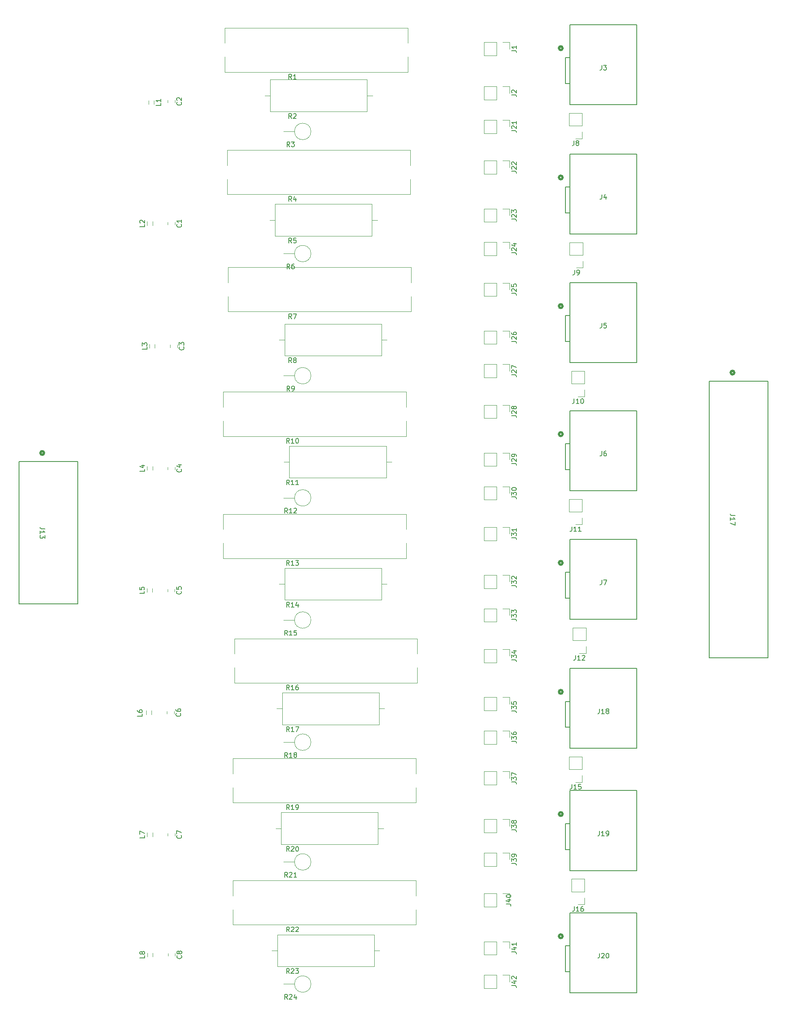
<source format=gbr>
%TF.GenerationSoftware,KiCad,Pcbnew,9.0.5*%
%TF.CreationDate,2025-11-16T19:12:02-08:00*%
%TF.ProjectId,measurementcircuit,6d656173-7572-4656-9d65-6e7463697263,rev?*%
%TF.SameCoordinates,Original*%
%TF.FileFunction,Legend,Top*%
%TF.FilePolarity,Positive*%
%FSLAX46Y46*%
G04 Gerber Fmt 4.6, Leading zero omitted, Abs format (unit mm)*
G04 Created by KiCad (PCBNEW 9.0.5) date 2025-11-16 19:12:02*
%MOMM*%
%LPD*%
G01*
G04 APERTURE LIST*
%ADD10C,0.150000*%
%ADD11C,0.120000*%
%ADD12C,0.152400*%
%ADD13C,0.508000*%
G04 APERTURE END LIST*
D10*
X-156995180Y52895833D02*
X-156995180Y52419643D01*
X-156995180Y52419643D02*
X-157995180Y52419643D01*
X-156995180Y53752976D02*
X-156995180Y53181548D01*
X-156995180Y53467262D02*
X-157995180Y53467262D01*
X-157995180Y53467262D02*
X-157852323Y53372024D01*
X-157852323Y53372024D02*
X-157757085Y53276786D01*
X-157757085Y53276786D02*
X-157709466Y53181548D01*
X-152750418Y53118594D02*
X-152702799Y53070975D01*
X-152702799Y53070975D02*
X-152655179Y52928118D01*
X-152655179Y52928118D02*
X-152655179Y52832880D01*
X-152655179Y52832880D02*
X-152702799Y52690023D01*
X-152702799Y52690023D02*
X-152798037Y52594785D01*
X-152798037Y52594785D02*
X-152893275Y52547166D01*
X-152893275Y52547166D02*
X-153083751Y52499547D01*
X-153083751Y52499547D02*
X-153226608Y52499547D01*
X-153226608Y52499547D02*
X-153417084Y52547166D01*
X-153417084Y52547166D02*
X-153512322Y52594785D01*
X-153512322Y52594785D02*
X-153607560Y52690023D01*
X-153607560Y52690023D02*
X-153655179Y52832880D01*
X-153655179Y52832880D02*
X-153655179Y52928118D01*
X-153655179Y52928118D02*
X-153607560Y53070975D01*
X-153607560Y53070975D02*
X-153559941Y53118594D01*
X-153559941Y53499547D02*
X-153607560Y53547166D01*
X-153607560Y53547166D02*
X-153655179Y53642404D01*
X-153655179Y53642404D02*
X-153655179Y53880499D01*
X-153655179Y53880499D02*
X-153607560Y53975737D01*
X-153607560Y53975737D02*
X-153559941Y54023356D01*
X-153559941Y54023356D02*
X-153464703Y54070975D01*
X-153464703Y54070975D02*
X-153369465Y54070975D01*
X-153369465Y54070975D02*
X-153226608Y54023356D01*
X-153226608Y54023356D02*
X-152655179Y53451928D01*
X-152655179Y53451928D02*
X-152655179Y54070975D01*
X-83665180Y47190476D02*
X-82950895Y47190476D01*
X-82950895Y47190476D02*
X-82808038Y47142857D01*
X-82808038Y47142857D02*
X-82712800Y47047619D01*
X-82712800Y47047619D02*
X-82665180Y46904762D01*
X-82665180Y46904762D02*
X-82665180Y46809524D01*
X-83569942Y47619048D02*
X-83617561Y47666667D01*
X-83617561Y47666667D02*
X-83665180Y47761905D01*
X-83665180Y47761905D02*
X-83665180Y48000000D01*
X-83665180Y48000000D02*
X-83617561Y48095238D01*
X-83617561Y48095238D02*
X-83569942Y48142857D01*
X-83569942Y48142857D02*
X-83474704Y48190476D01*
X-83474704Y48190476D02*
X-83379466Y48190476D01*
X-83379466Y48190476D02*
X-83236609Y48142857D01*
X-83236609Y48142857D02*
X-82665180Y47571429D01*
X-82665180Y47571429D02*
X-82665180Y48190476D01*
X-82665180Y49142857D02*
X-82665180Y48571429D01*
X-82665180Y48857143D02*
X-83665180Y48857143D01*
X-83665180Y48857143D02*
X-83522323Y48761905D01*
X-83522323Y48761905D02*
X-83427085Y48666667D01*
X-83427085Y48666667D02*
X-83379466Y48571429D01*
X-83665180Y-29309523D02*
X-82950895Y-29309523D01*
X-82950895Y-29309523D02*
X-82808038Y-29357142D01*
X-82808038Y-29357142D02*
X-82712800Y-29452380D01*
X-82712800Y-29452380D02*
X-82665180Y-29595237D01*
X-82665180Y-29595237D02*
X-82665180Y-29690475D01*
X-83665180Y-28928570D02*
X-83665180Y-28309523D01*
X-83665180Y-28309523D02*
X-83284228Y-28642856D01*
X-83284228Y-28642856D02*
X-83284228Y-28499999D01*
X-83284228Y-28499999D02*
X-83236609Y-28404761D01*
X-83236609Y-28404761D02*
X-83188990Y-28357142D01*
X-83188990Y-28357142D02*
X-83093752Y-28309523D01*
X-83093752Y-28309523D02*
X-82855657Y-28309523D01*
X-82855657Y-28309523D02*
X-82760419Y-28357142D01*
X-82760419Y-28357142D02*
X-82712800Y-28404761D01*
X-82712800Y-28404761D02*
X-82665180Y-28499999D01*
X-82665180Y-28499999D02*
X-82665180Y-28785713D01*
X-82665180Y-28785713D02*
X-82712800Y-28880951D01*
X-82712800Y-28880951D02*
X-82760419Y-28928570D01*
X-83665180Y-27690475D02*
X-83665180Y-27595237D01*
X-83665180Y-27595237D02*
X-83617561Y-27499999D01*
X-83617561Y-27499999D02*
X-83569942Y-27452380D01*
X-83569942Y-27452380D02*
X-83474704Y-27404761D01*
X-83474704Y-27404761D02*
X-83284228Y-27357142D01*
X-83284228Y-27357142D02*
X-83046133Y-27357142D01*
X-83046133Y-27357142D02*
X-82855657Y-27404761D01*
X-82855657Y-27404761D02*
X-82760419Y-27452380D01*
X-82760419Y-27452380D02*
X-82712800Y-27499999D01*
X-82712800Y-27499999D02*
X-82665180Y-27595237D01*
X-82665180Y-27595237D02*
X-82665180Y-27690475D01*
X-82665180Y-27690475D02*
X-82712800Y-27785713D01*
X-82712800Y-27785713D02*
X-82760419Y-27833332D01*
X-82760419Y-27833332D02*
X-82855657Y-27880951D01*
X-82855657Y-27880951D02*
X-83046133Y-27928570D01*
X-83046133Y-27928570D02*
X-83284228Y-27928570D01*
X-83284228Y-27928570D02*
X-83474704Y-27880951D01*
X-83474704Y-27880951D02*
X-83569942Y-27833332D01*
X-83569942Y-27833332D02*
X-83617561Y-27785713D01*
X-83617561Y-27785713D02*
X-83665180Y-27690475D01*
X-152250418Y2018594D02*
X-152202799Y1970975D01*
X-152202799Y1970975D02*
X-152155179Y1828118D01*
X-152155179Y1828118D02*
X-152155179Y1732880D01*
X-152155179Y1732880D02*
X-152202799Y1590023D01*
X-152202799Y1590023D02*
X-152298037Y1494785D01*
X-152298037Y1494785D02*
X-152393275Y1447166D01*
X-152393275Y1447166D02*
X-152583751Y1399547D01*
X-152583751Y1399547D02*
X-152726608Y1399547D01*
X-152726608Y1399547D02*
X-152917084Y1447166D01*
X-152917084Y1447166D02*
X-153012322Y1494785D01*
X-153012322Y1494785D02*
X-153107560Y1590023D01*
X-153107560Y1590023D02*
X-153155179Y1732880D01*
X-153155179Y1732880D02*
X-153155179Y1828118D01*
X-153155179Y1828118D02*
X-153107560Y1970975D01*
X-153107560Y1970975D02*
X-153059941Y2018594D01*
X-153155179Y2351928D02*
X-153155179Y2970975D01*
X-153155179Y2970975D02*
X-152774227Y2637642D01*
X-152774227Y2637642D02*
X-152774227Y2780499D01*
X-152774227Y2780499D02*
X-152726608Y2875737D01*
X-152726608Y2875737D02*
X-152678989Y2923356D01*
X-152678989Y2923356D02*
X-152583751Y2970975D01*
X-152583751Y2970975D02*
X-152345656Y2970975D01*
X-152345656Y2970975D02*
X-152250418Y2923356D01*
X-152250418Y2923356D02*
X-152202799Y2875737D01*
X-152202799Y2875737D02*
X-152155179Y2780499D01*
X-152155179Y2780499D02*
X-152155179Y2494785D01*
X-152155179Y2494785D02*
X-152202799Y2399547D01*
X-152202799Y2399547D02*
X-152250418Y2351928D01*
X-83665180Y38690476D02*
X-82950895Y38690476D01*
X-82950895Y38690476D02*
X-82808038Y38642857D01*
X-82808038Y38642857D02*
X-82712800Y38547619D01*
X-82712800Y38547619D02*
X-82665180Y38404762D01*
X-82665180Y38404762D02*
X-82665180Y38309524D01*
X-83569942Y39119048D02*
X-83617561Y39166667D01*
X-83617561Y39166667D02*
X-83665180Y39261905D01*
X-83665180Y39261905D02*
X-83665180Y39500000D01*
X-83665180Y39500000D02*
X-83617561Y39595238D01*
X-83617561Y39595238D02*
X-83569942Y39642857D01*
X-83569942Y39642857D02*
X-83474704Y39690476D01*
X-83474704Y39690476D02*
X-83379466Y39690476D01*
X-83379466Y39690476D02*
X-83236609Y39642857D01*
X-83236609Y39642857D02*
X-82665180Y39071429D01*
X-82665180Y39071429D02*
X-82665180Y39690476D01*
X-83569942Y40071429D02*
X-83617561Y40119048D01*
X-83617561Y40119048D02*
X-83665180Y40214286D01*
X-83665180Y40214286D02*
X-83665180Y40452381D01*
X-83665180Y40452381D02*
X-83617561Y40547619D01*
X-83617561Y40547619D02*
X-83569942Y40595238D01*
X-83569942Y40595238D02*
X-83474704Y40642857D01*
X-83474704Y40642857D02*
X-83379466Y40642857D01*
X-83379466Y40642857D02*
X-83236609Y40595238D01*
X-83236609Y40595238D02*
X-82665180Y40023810D01*
X-82665180Y40023810D02*
X-82665180Y40642857D01*
X-152797119Y-48976772D02*
X-152749500Y-49024391D01*
X-152749500Y-49024391D02*
X-152701880Y-49167248D01*
X-152701880Y-49167248D02*
X-152701880Y-49262486D01*
X-152701880Y-49262486D02*
X-152749500Y-49405343D01*
X-152749500Y-49405343D02*
X-152844738Y-49500581D01*
X-152844738Y-49500581D02*
X-152939976Y-49548200D01*
X-152939976Y-49548200D02*
X-153130452Y-49595819D01*
X-153130452Y-49595819D02*
X-153273309Y-49595819D01*
X-153273309Y-49595819D02*
X-153463785Y-49548200D01*
X-153463785Y-49548200D02*
X-153559023Y-49500581D01*
X-153559023Y-49500581D02*
X-153654261Y-49405343D01*
X-153654261Y-49405343D02*
X-153701880Y-49262486D01*
X-153701880Y-49262486D02*
X-153701880Y-49167248D01*
X-153701880Y-49167248D02*
X-153654261Y-49024391D01*
X-153654261Y-49024391D02*
X-153606642Y-48976772D01*
X-153701880Y-48072010D02*
X-153701880Y-48548200D01*
X-153701880Y-48548200D02*
X-153225690Y-48595819D01*
X-153225690Y-48595819D02*
X-153273309Y-48548200D01*
X-153273309Y-48548200D02*
X-153320928Y-48452962D01*
X-153320928Y-48452962D02*
X-153320928Y-48214867D01*
X-153320928Y-48214867D02*
X-153273309Y-48119629D01*
X-153273309Y-48119629D02*
X-153225690Y-48072010D01*
X-153225690Y-48072010D02*
X-153130452Y-48024391D01*
X-153130452Y-48024391D02*
X-152892357Y-48024391D01*
X-152892357Y-48024391D02*
X-152797119Y-48072010D01*
X-152797119Y-48072010D02*
X-152749500Y-48119629D01*
X-152749500Y-48119629D02*
X-152701880Y-48214867D01*
X-152701880Y-48214867D02*
X-152701880Y-48452962D01*
X-152701880Y-48452962D02*
X-152749500Y-48548200D01*
X-152749500Y-48548200D02*
X-152797119Y-48595819D01*
X-83665180Y-54809523D02*
X-82950895Y-54809523D01*
X-82950895Y-54809523D02*
X-82808038Y-54857142D01*
X-82808038Y-54857142D02*
X-82712800Y-54952380D01*
X-82712800Y-54952380D02*
X-82665180Y-55095237D01*
X-82665180Y-55095237D02*
X-82665180Y-55190475D01*
X-83665180Y-54428570D02*
X-83665180Y-53809523D01*
X-83665180Y-53809523D02*
X-83284228Y-54142856D01*
X-83284228Y-54142856D02*
X-83284228Y-53999999D01*
X-83284228Y-53999999D02*
X-83236609Y-53904761D01*
X-83236609Y-53904761D02*
X-83188990Y-53857142D01*
X-83188990Y-53857142D02*
X-83093752Y-53809523D01*
X-83093752Y-53809523D02*
X-82855657Y-53809523D01*
X-82855657Y-53809523D02*
X-82760419Y-53857142D01*
X-82760419Y-53857142D02*
X-82712800Y-53904761D01*
X-82712800Y-53904761D02*
X-82665180Y-53999999D01*
X-82665180Y-53999999D02*
X-82665180Y-54285713D01*
X-82665180Y-54285713D02*
X-82712800Y-54380951D01*
X-82712800Y-54380951D02*
X-82760419Y-54428570D01*
X-83665180Y-53476189D02*
X-83665180Y-52857142D01*
X-83665180Y-52857142D02*
X-83284228Y-53190475D01*
X-83284228Y-53190475D02*
X-83284228Y-53047618D01*
X-83284228Y-53047618D02*
X-83236609Y-52952380D01*
X-83236609Y-52952380D02*
X-83188990Y-52904761D01*
X-83188990Y-52904761D02*
X-83093752Y-52857142D01*
X-83093752Y-52857142D02*
X-82855657Y-52857142D01*
X-82855657Y-52857142D02*
X-82760419Y-52904761D01*
X-82760419Y-52904761D02*
X-82712800Y-52952380D01*
X-82712800Y-52952380D02*
X-82665180Y-53047618D01*
X-82665180Y-53047618D02*
X-82665180Y-53333332D01*
X-82665180Y-53333332D02*
X-82712800Y-53428570D01*
X-82712800Y-53428570D02*
X-82760419Y-53476189D01*
X-160361587Y-125056121D02*
X-160361587Y-125532311D01*
X-160361587Y-125532311D02*
X-161361587Y-125532311D01*
X-160933016Y-124579930D02*
X-160980635Y-124675168D01*
X-160980635Y-124675168D02*
X-161028254Y-124722787D01*
X-161028254Y-124722787D02*
X-161123492Y-124770406D01*
X-161123492Y-124770406D02*
X-161171111Y-124770406D01*
X-161171111Y-124770406D02*
X-161266349Y-124722787D01*
X-161266349Y-124722787D02*
X-161313968Y-124675168D01*
X-161313968Y-124675168D02*
X-161361587Y-124579930D01*
X-161361587Y-124579930D02*
X-161361587Y-124389454D01*
X-161361587Y-124389454D02*
X-161313968Y-124294216D01*
X-161313968Y-124294216D02*
X-161266349Y-124246597D01*
X-161266349Y-124246597D02*
X-161171111Y-124198978D01*
X-161171111Y-124198978D02*
X-161123492Y-124198978D01*
X-161123492Y-124198978D02*
X-161028254Y-124246597D01*
X-161028254Y-124246597D02*
X-160980635Y-124294216D01*
X-160980635Y-124294216D02*
X-160933016Y-124389454D01*
X-160933016Y-124389454D02*
X-160933016Y-124579930D01*
X-160933016Y-124579930D02*
X-160885397Y-124675168D01*
X-160885397Y-124675168D02*
X-160837778Y-124722787D01*
X-160837778Y-124722787D02*
X-160742540Y-124770406D01*
X-160742540Y-124770406D02*
X-160552064Y-124770406D01*
X-160552064Y-124770406D02*
X-160456826Y-124722787D01*
X-160456826Y-124722787D02*
X-160409207Y-124675168D01*
X-160409207Y-124675168D02*
X-160361587Y-124579930D01*
X-160361587Y-124579930D02*
X-160361587Y-124389454D01*
X-160361587Y-124389454D02*
X-160409207Y-124294216D01*
X-160409207Y-124294216D02*
X-160456826Y-124246597D01*
X-160456826Y-124246597D02*
X-160552064Y-124198978D01*
X-160552064Y-124198978D02*
X-160742540Y-124198978D01*
X-160742540Y-124198978D02*
X-160837778Y-124246597D01*
X-160837778Y-124246597D02*
X-160885397Y-124294216D01*
X-160885397Y-124294216D02*
X-160933016Y-124389454D01*
X-70594522Y-114824819D02*
X-70594522Y-115539104D01*
X-70594522Y-115539104D02*
X-70642141Y-115681961D01*
X-70642141Y-115681961D02*
X-70737379Y-115777200D01*
X-70737379Y-115777200D02*
X-70880236Y-115824819D01*
X-70880236Y-115824819D02*
X-70975474Y-115824819D01*
X-69594522Y-115824819D02*
X-70165950Y-115824819D01*
X-69880236Y-115824819D02*
X-69880236Y-114824819D01*
X-69880236Y-114824819D02*
X-69975474Y-114967676D01*
X-69975474Y-114967676D02*
X-70070712Y-115062914D01*
X-70070712Y-115062914D02*
X-70165950Y-115110533D01*
X-68737379Y-114824819D02*
X-68927855Y-114824819D01*
X-68927855Y-114824819D02*
X-69023093Y-114872438D01*
X-69023093Y-114872438D02*
X-69070712Y-114920057D01*
X-69070712Y-114920057D02*
X-69165950Y-115062914D01*
X-69165950Y-115062914D02*
X-69213569Y-115253390D01*
X-69213569Y-115253390D02*
X-69213569Y-115634342D01*
X-69213569Y-115634342D02*
X-69165950Y-115729580D01*
X-69165950Y-115729580D02*
X-69118331Y-115777200D01*
X-69118331Y-115777200D02*
X-69023093Y-115824819D01*
X-69023093Y-115824819D02*
X-68832617Y-115824819D01*
X-68832617Y-115824819D02*
X-68737379Y-115777200D01*
X-68737379Y-115777200D02*
X-68689760Y-115729580D01*
X-68689760Y-115729580D02*
X-68642141Y-115634342D01*
X-68642141Y-115634342D02*
X-68642141Y-115396247D01*
X-68642141Y-115396247D02*
X-68689760Y-115301009D01*
X-68689760Y-115301009D02*
X-68737379Y-115253390D01*
X-68737379Y-115253390D02*
X-68832617Y-115205771D01*
X-68832617Y-115205771D02*
X-69023093Y-115205771D01*
X-69023093Y-115205771D02*
X-69118331Y-115253390D01*
X-69118331Y-115253390D02*
X-69165950Y-115301009D01*
X-69165950Y-115301009D02*
X-69213569Y-115396247D01*
X-160385179Y-99981405D02*
X-160385179Y-100457595D01*
X-160385179Y-100457595D02*
X-161385179Y-100457595D01*
X-161385179Y-99743309D02*
X-161385179Y-99076643D01*
X-161385179Y-99076643D02*
X-160385179Y-99505214D01*
X-130118508Y-52274819D02*
X-130451841Y-51798628D01*
X-130689936Y-52274819D02*
X-130689936Y-51274819D01*
X-130689936Y-51274819D02*
X-130308984Y-51274819D01*
X-130308984Y-51274819D02*
X-130213746Y-51322438D01*
X-130213746Y-51322438D02*
X-130166127Y-51370057D01*
X-130166127Y-51370057D02*
X-130118508Y-51465295D01*
X-130118508Y-51465295D02*
X-130118508Y-51608152D01*
X-130118508Y-51608152D02*
X-130166127Y-51703390D01*
X-130166127Y-51703390D02*
X-130213746Y-51751009D01*
X-130213746Y-51751009D02*
X-130308984Y-51798628D01*
X-130308984Y-51798628D02*
X-130689936Y-51798628D01*
X-129166127Y-52274819D02*
X-129737555Y-52274819D01*
X-129451841Y-52274819D02*
X-129451841Y-51274819D01*
X-129451841Y-51274819D02*
X-129547079Y-51417676D01*
X-129547079Y-51417676D02*
X-129642317Y-51512914D01*
X-129642317Y-51512914D02*
X-129737555Y-51560533D01*
X-128308984Y-51608152D02*
X-128308984Y-52274819D01*
X-128547079Y-51227200D02*
X-128785174Y-51941485D01*
X-128785174Y-51941485D02*
X-128166127Y-51941485D01*
X-83665180Y-73972856D02*
X-82950895Y-73972856D01*
X-82950895Y-73972856D02*
X-82808038Y-74020475D01*
X-82808038Y-74020475D02*
X-82712800Y-74115713D01*
X-82712800Y-74115713D02*
X-82665180Y-74258570D01*
X-82665180Y-74258570D02*
X-82665180Y-74353808D01*
X-83665180Y-73591903D02*
X-83665180Y-72972856D01*
X-83665180Y-72972856D02*
X-83284228Y-73306189D01*
X-83284228Y-73306189D02*
X-83284228Y-73163332D01*
X-83284228Y-73163332D02*
X-83236609Y-73068094D01*
X-83236609Y-73068094D02*
X-83188990Y-73020475D01*
X-83188990Y-73020475D02*
X-83093752Y-72972856D01*
X-83093752Y-72972856D02*
X-82855657Y-72972856D01*
X-82855657Y-72972856D02*
X-82760419Y-73020475D01*
X-82760419Y-73020475D02*
X-82712800Y-73068094D01*
X-82712800Y-73068094D02*
X-82665180Y-73163332D01*
X-82665180Y-73163332D02*
X-82665180Y-73449046D01*
X-82665180Y-73449046D02*
X-82712800Y-73544284D01*
X-82712800Y-73544284D02*
X-82760419Y-73591903D01*
X-83665180Y-72068094D02*
X-83665180Y-72544284D01*
X-83665180Y-72544284D02*
X-83188990Y-72591903D01*
X-83188990Y-72591903D02*
X-83236609Y-72544284D01*
X-83236609Y-72544284D02*
X-83284228Y-72449046D01*
X-83284228Y-72449046D02*
X-83284228Y-72210951D01*
X-83284228Y-72210951D02*
X-83236609Y-72115713D01*
X-83236609Y-72115713D02*
X-83188990Y-72068094D01*
X-83188990Y-72068094D02*
X-83093752Y-72020475D01*
X-83093752Y-72020475D02*
X-82855657Y-72020475D01*
X-82855657Y-72020475D02*
X-82760419Y-72068094D01*
X-82760419Y-72068094D02*
X-82712800Y-72115713D01*
X-82712800Y-72115713D02*
X-82665180Y-72210951D01*
X-82665180Y-72210951D02*
X-82665180Y-72449046D01*
X-82665180Y-72449046D02*
X-82712800Y-72544284D01*
X-82712800Y-72544284D02*
X-82760419Y-72591903D01*
X-64823333Y-46612779D02*
X-64823333Y-47327064D01*
X-64823333Y-47327064D02*
X-64870952Y-47469921D01*
X-64870952Y-47469921D02*
X-64966190Y-47565160D01*
X-64966190Y-47565160D02*
X-65109047Y-47612779D01*
X-65109047Y-47612779D02*
X-65204285Y-47612779D01*
X-64442380Y-46612779D02*
X-63775714Y-46612779D01*
X-63775714Y-46612779D02*
X-64204285Y-47612779D01*
X-83665180Y-131309523D02*
X-82950895Y-131309523D01*
X-82950895Y-131309523D02*
X-82808038Y-131357142D01*
X-82808038Y-131357142D02*
X-82712800Y-131452380D01*
X-82712800Y-131452380D02*
X-82665180Y-131595237D01*
X-82665180Y-131595237D02*
X-82665180Y-131690475D01*
X-83331847Y-130404761D02*
X-82665180Y-130404761D01*
X-83712800Y-130642856D02*
X-82998514Y-130880951D01*
X-82998514Y-130880951D02*
X-82998514Y-130261904D01*
X-83569942Y-129928570D02*
X-83617561Y-129880951D01*
X-83617561Y-129880951D02*
X-83665180Y-129785713D01*
X-83665180Y-129785713D02*
X-83665180Y-129547618D01*
X-83665180Y-129547618D02*
X-83617561Y-129452380D01*
X-83617561Y-129452380D02*
X-83569942Y-129404761D01*
X-83569942Y-129404761D02*
X-83474704Y-129357142D01*
X-83474704Y-129357142D02*
X-83379466Y-129357142D01*
X-83379466Y-129357142D02*
X-83236609Y-129404761D01*
X-83236609Y-129404761D02*
X-82665180Y-129976189D01*
X-82665180Y-129976189D02*
X-82665180Y-129357142D01*
X-70488332Y18072941D02*
X-70488332Y17358656D01*
X-70488332Y17358656D02*
X-70535951Y17215799D01*
X-70535951Y17215799D02*
X-70631189Y17120561D01*
X-70631189Y17120561D02*
X-70774046Y17072941D01*
X-70774046Y17072941D02*
X-70869284Y17072941D01*
X-69964522Y17072941D02*
X-69774046Y17072941D01*
X-69774046Y17072941D02*
X-69678808Y17120561D01*
X-69678808Y17120561D02*
X-69631189Y17168180D01*
X-69631189Y17168180D02*
X-69535951Y17311037D01*
X-69535951Y17311037D02*
X-69488332Y17501513D01*
X-69488332Y17501513D02*
X-69488332Y17882465D01*
X-69488332Y17882465D02*
X-69535951Y17977703D01*
X-69535951Y17977703D02*
X-69583570Y18025322D01*
X-69583570Y18025322D02*
X-69678808Y18072941D01*
X-69678808Y18072941D02*
X-69869284Y18072941D01*
X-69869284Y18072941D02*
X-69964522Y18025322D01*
X-69964522Y18025322D02*
X-70012141Y17977703D01*
X-70012141Y17977703D02*
X-70059760Y17882465D01*
X-70059760Y17882465D02*
X-70059760Y17644370D01*
X-70059760Y17644370D02*
X-70012141Y17549132D01*
X-70012141Y17549132D02*
X-69964522Y17501513D01*
X-69964522Y17501513D02*
X-69869284Y17453894D01*
X-69869284Y17453894D02*
X-69678808Y17453894D01*
X-69678808Y17453894D02*
X-69583570Y17501513D01*
X-69583570Y17501513D02*
X-69535951Y17549132D01*
X-69535951Y17549132D02*
X-69488332Y17644370D01*
X-130118508Y-94574819D02*
X-130451841Y-94098628D01*
X-130689936Y-94574819D02*
X-130689936Y-93574819D01*
X-130689936Y-93574819D02*
X-130308984Y-93574819D01*
X-130308984Y-93574819D02*
X-130213746Y-93622438D01*
X-130213746Y-93622438D02*
X-130166127Y-93670057D01*
X-130166127Y-93670057D02*
X-130118508Y-93765295D01*
X-130118508Y-93765295D02*
X-130118508Y-93908152D01*
X-130118508Y-93908152D02*
X-130166127Y-94003390D01*
X-130166127Y-94003390D02*
X-130213746Y-94051009D01*
X-130213746Y-94051009D02*
X-130308984Y-94098628D01*
X-130308984Y-94098628D02*
X-130689936Y-94098628D01*
X-129166127Y-94574819D02*
X-129737555Y-94574819D01*
X-129451841Y-94574819D02*
X-129451841Y-93574819D01*
X-129451841Y-93574819D02*
X-129547079Y-93717676D01*
X-129547079Y-93717676D02*
X-129642317Y-93812914D01*
X-129642317Y-93812914D02*
X-129737555Y-93860533D01*
X-128689936Y-94574819D02*
X-128499460Y-94574819D01*
X-128499460Y-94574819D02*
X-128404222Y-94527200D01*
X-128404222Y-94527200D02*
X-128356603Y-94479580D01*
X-128356603Y-94479580D02*
X-128261365Y-94336723D01*
X-128261365Y-94336723D02*
X-128213746Y-94146247D01*
X-128213746Y-94146247D02*
X-128213746Y-93765295D01*
X-128213746Y-93765295D02*
X-128261365Y-93670057D01*
X-128261365Y-93670057D02*
X-128308984Y-93622438D01*
X-128308984Y-93622438D02*
X-128404222Y-93574819D01*
X-128404222Y-93574819D02*
X-128594698Y-93574819D01*
X-128594698Y-93574819D02*
X-128689936Y-93622438D01*
X-128689936Y-93622438D02*
X-128737555Y-93670057D01*
X-128737555Y-93670057D02*
X-128785174Y-93765295D01*
X-128785174Y-93765295D02*
X-128785174Y-94003390D01*
X-128785174Y-94003390D02*
X-128737555Y-94098628D01*
X-128737555Y-94098628D02*
X-128689936Y-94146247D01*
X-128689936Y-94146247D02*
X-128594698Y-94193866D01*
X-128594698Y-94193866D02*
X-128404222Y-94193866D01*
X-128404222Y-94193866D02*
X-128308984Y-94146247D01*
X-128308984Y-94146247D02*
X-128261365Y-94098628D01*
X-128261365Y-94098628D02*
X-128213746Y-94003390D01*
X-83665180Y63889427D02*
X-82950895Y63889427D01*
X-82950895Y63889427D02*
X-82808038Y63841808D01*
X-82808038Y63841808D02*
X-82712800Y63746570D01*
X-82712800Y63746570D02*
X-82665180Y63603713D01*
X-82665180Y63603713D02*
X-82665180Y63508475D01*
X-82665180Y64889427D02*
X-82665180Y64317999D01*
X-82665180Y64603713D02*
X-83665180Y64603713D01*
X-83665180Y64603713D02*
X-83522323Y64508475D01*
X-83522323Y64508475D02*
X-83427085Y64413237D01*
X-83427085Y64413237D02*
X-83379466Y64317999D01*
X-152750418Y-23481405D02*
X-152702799Y-23529024D01*
X-152702799Y-23529024D02*
X-152655179Y-23671881D01*
X-152655179Y-23671881D02*
X-152655179Y-23767119D01*
X-152655179Y-23767119D02*
X-152702799Y-23909976D01*
X-152702799Y-23909976D02*
X-152798037Y-24005214D01*
X-152798037Y-24005214D02*
X-152893275Y-24052833D01*
X-152893275Y-24052833D02*
X-153083751Y-24100452D01*
X-153083751Y-24100452D02*
X-153226608Y-24100452D01*
X-153226608Y-24100452D02*
X-153417084Y-24052833D01*
X-153417084Y-24052833D02*
X-153512322Y-24005214D01*
X-153512322Y-24005214D02*
X-153607560Y-23909976D01*
X-153607560Y-23909976D02*
X-153655179Y-23767119D01*
X-153655179Y-23767119D02*
X-153655179Y-23671881D01*
X-153655179Y-23671881D02*
X-153607560Y-23529024D01*
X-153607560Y-23529024D02*
X-153559941Y-23481405D01*
X-153321846Y-22624262D02*
X-152655179Y-22624262D01*
X-153702799Y-22862357D02*
X-152988513Y-23100452D01*
X-152988513Y-23100452D02*
X-152988513Y-22481405D01*
X-130118508Y-120074819D02*
X-130451841Y-119598628D01*
X-130689936Y-120074819D02*
X-130689936Y-119074819D01*
X-130689936Y-119074819D02*
X-130308984Y-119074819D01*
X-130308984Y-119074819D02*
X-130213746Y-119122438D01*
X-130213746Y-119122438D02*
X-130166127Y-119170057D01*
X-130166127Y-119170057D02*
X-130118508Y-119265295D01*
X-130118508Y-119265295D02*
X-130118508Y-119408152D01*
X-130118508Y-119408152D02*
X-130166127Y-119503390D01*
X-130166127Y-119503390D02*
X-130213746Y-119551009D01*
X-130213746Y-119551009D02*
X-130308984Y-119598628D01*
X-130308984Y-119598628D02*
X-130689936Y-119598628D01*
X-129737555Y-119170057D02*
X-129689936Y-119122438D01*
X-129689936Y-119122438D02*
X-129594698Y-119074819D01*
X-129594698Y-119074819D02*
X-129356603Y-119074819D01*
X-129356603Y-119074819D02*
X-129261365Y-119122438D01*
X-129261365Y-119122438D02*
X-129213746Y-119170057D01*
X-129213746Y-119170057D02*
X-129166127Y-119265295D01*
X-129166127Y-119265295D02*
X-129166127Y-119360533D01*
X-129166127Y-119360533D02*
X-129213746Y-119503390D01*
X-129213746Y-119503390D02*
X-129785174Y-120074819D01*
X-129785174Y-120074819D02*
X-129166127Y-120074819D01*
X-128785174Y-119170057D02*
X-128737555Y-119122438D01*
X-128737555Y-119122438D02*
X-128642317Y-119074819D01*
X-128642317Y-119074819D02*
X-128404222Y-119074819D01*
X-128404222Y-119074819D02*
X-128308984Y-119122438D01*
X-128308984Y-119122438D02*
X-128261365Y-119170057D01*
X-128261365Y-119170057D02*
X-128213746Y-119265295D01*
X-128213746Y-119265295D02*
X-128213746Y-119360533D01*
X-128213746Y-119360533D02*
X-128261365Y-119503390D01*
X-128261365Y-119503390D02*
X-128832793Y-120074819D01*
X-128832793Y-120074819D02*
X-128213746Y-120074819D01*
X-130042317Y-7174819D02*
X-130375650Y-6698628D01*
X-130613745Y-7174819D02*
X-130613745Y-6174819D01*
X-130613745Y-6174819D02*
X-130232793Y-6174819D01*
X-130232793Y-6174819D02*
X-130137555Y-6222438D01*
X-130137555Y-6222438D02*
X-130089936Y-6270057D01*
X-130089936Y-6270057D02*
X-130042317Y-6365295D01*
X-130042317Y-6365295D02*
X-130042317Y-6508152D01*
X-130042317Y-6508152D02*
X-130089936Y-6603390D01*
X-130089936Y-6603390D02*
X-130137555Y-6651009D01*
X-130137555Y-6651009D02*
X-130232793Y-6698628D01*
X-130232793Y-6698628D02*
X-130613745Y-6698628D01*
X-129566126Y-7174819D02*
X-129375650Y-7174819D01*
X-129375650Y-7174819D02*
X-129280412Y-7127200D01*
X-129280412Y-7127200D02*
X-129232793Y-7079580D01*
X-129232793Y-7079580D02*
X-129137555Y-6936723D01*
X-129137555Y-6936723D02*
X-129089936Y-6746247D01*
X-129089936Y-6746247D02*
X-129089936Y-6365295D01*
X-129089936Y-6365295D02*
X-129137555Y-6270057D01*
X-129137555Y-6270057D02*
X-129185174Y-6222438D01*
X-129185174Y-6222438D02*
X-129280412Y-6174819D01*
X-129280412Y-6174819D02*
X-129470888Y-6174819D01*
X-129470888Y-6174819D02*
X-129566126Y-6222438D01*
X-129566126Y-6222438D02*
X-129613745Y-6270057D01*
X-129613745Y-6270057D02*
X-129661364Y-6365295D01*
X-129661364Y-6365295D02*
X-129661364Y-6603390D01*
X-129661364Y-6603390D02*
X-129613745Y-6698628D01*
X-129613745Y-6698628D02*
X-129566126Y-6746247D01*
X-129566126Y-6746247D02*
X-129470888Y-6793866D01*
X-129470888Y-6793866D02*
X-129280412Y-6793866D01*
X-129280412Y-6793866D02*
X-129185174Y-6746247D01*
X-129185174Y-6746247D02*
X-129137555Y-6698628D01*
X-129137555Y-6698628D02*
X-129089936Y-6603390D01*
X-160431880Y-48976772D02*
X-160431880Y-49452962D01*
X-160431880Y-49452962D02*
X-161431880Y-49452962D01*
X-161431880Y-48167248D02*
X-161431880Y-48643438D01*
X-161431880Y-48643438D02*
X-160955690Y-48691057D01*
X-160955690Y-48691057D02*
X-161003309Y-48643438D01*
X-161003309Y-48643438D02*
X-161050928Y-48548200D01*
X-161050928Y-48548200D02*
X-161050928Y-48310105D01*
X-161050928Y-48310105D02*
X-161003309Y-48214867D01*
X-161003309Y-48214867D02*
X-160955690Y-48167248D01*
X-160955690Y-48167248D02*
X-160860452Y-48119629D01*
X-160860452Y-48119629D02*
X-160622357Y-48119629D01*
X-160622357Y-48119629D02*
X-160527119Y-48167248D01*
X-160527119Y-48167248D02*
X-160479500Y-48214867D01*
X-160479500Y-48214867D02*
X-160431880Y-48310105D01*
X-160431880Y-48310105D02*
X-160431880Y-48548200D01*
X-160431880Y-48548200D02*
X-160479500Y-48643438D01*
X-160479500Y-48643438D02*
X-160527119Y-48691057D01*
X-129642317Y57925180D02*
X-129975650Y58401371D01*
X-130213745Y57925180D02*
X-130213745Y58925180D01*
X-130213745Y58925180D02*
X-129832793Y58925180D01*
X-129832793Y58925180D02*
X-129737555Y58877561D01*
X-129737555Y58877561D02*
X-129689936Y58829942D01*
X-129689936Y58829942D02*
X-129642317Y58734704D01*
X-129642317Y58734704D02*
X-129642317Y58591847D01*
X-129642317Y58591847D02*
X-129689936Y58496609D01*
X-129689936Y58496609D02*
X-129737555Y58448990D01*
X-129737555Y58448990D02*
X-129832793Y58401371D01*
X-129832793Y58401371D02*
X-130213745Y58401371D01*
X-128689936Y57925180D02*
X-129261364Y57925180D01*
X-128975650Y57925180D02*
X-128975650Y58925180D01*
X-128975650Y58925180D02*
X-129070888Y58782323D01*
X-129070888Y58782323D02*
X-129166126Y58687085D01*
X-129166126Y58687085D02*
X-129261364Y58639466D01*
X-83665180Y13190476D02*
X-82950895Y13190476D01*
X-82950895Y13190476D02*
X-82808038Y13142857D01*
X-82808038Y13142857D02*
X-82712800Y13047619D01*
X-82712800Y13047619D02*
X-82665180Y12904762D01*
X-82665180Y12904762D02*
X-82665180Y12809524D01*
X-83569942Y13619048D02*
X-83617561Y13666667D01*
X-83617561Y13666667D02*
X-83665180Y13761905D01*
X-83665180Y13761905D02*
X-83665180Y14000000D01*
X-83665180Y14000000D02*
X-83617561Y14095238D01*
X-83617561Y14095238D02*
X-83569942Y14142857D01*
X-83569942Y14142857D02*
X-83474704Y14190476D01*
X-83474704Y14190476D02*
X-83379466Y14190476D01*
X-83379466Y14190476D02*
X-83236609Y14142857D01*
X-83236609Y14142857D02*
X-82665180Y13571429D01*
X-82665180Y13571429D02*
X-82665180Y14190476D01*
X-83665180Y15095238D02*
X-83665180Y14619048D01*
X-83665180Y14619048D02*
X-83188990Y14571429D01*
X-83188990Y14571429D02*
X-83236609Y14619048D01*
X-83236609Y14619048D02*
X-83284228Y14714286D01*
X-83284228Y14714286D02*
X-83284228Y14952381D01*
X-83284228Y14952381D02*
X-83236609Y15047619D01*
X-83236609Y15047619D02*
X-83188990Y15095238D01*
X-83188990Y15095238D02*
X-83093752Y15142857D01*
X-83093752Y15142857D02*
X-82855657Y15142857D01*
X-82855657Y15142857D02*
X-82760419Y15095238D01*
X-82760419Y15095238D02*
X-82712800Y15047619D01*
X-82712800Y15047619D02*
X-82665180Y14952381D01*
X-82665180Y14952381D02*
X-82665180Y14714286D01*
X-82665180Y14714286D02*
X-82712800Y14619048D01*
X-82712800Y14619048D02*
X-82760419Y14571429D01*
X-129642317Y23725180D02*
X-129975650Y24201371D01*
X-130213745Y23725180D02*
X-130213745Y24725180D01*
X-130213745Y24725180D02*
X-129832793Y24725180D01*
X-129832793Y24725180D02*
X-129737555Y24677561D01*
X-129737555Y24677561D02*
X-129689936Y24629942D01*
X-129689936Y24629942D02*
X-129642317Y24534704D01*
X-129642317Y24534704D02*
X-129642317Y24391847D01*
X-129642317Y24391847D02*
X-129689936Y24296609D01*
X-129689936Y24296609D02*
X-129737555Y24248990D01*
X-129737555Y24248990D02*
X-129832793Y24201371D01*
X-129832793Y24201371D02*
X-130213745Y24201371D01*
X-128737555Y24725180D02*
X-129213745Y24725180D01*
X-129213745Y24725180D02*
X-129261364Y24248990D01*
X-129261364Y24248990D02*
X-129213745Y24296609D01*
X-129213745Y24296609D02*
X-129118507Y24344228D01*
X-129118507Y24344228D02*
X-128880412Y24344228D01*
X-128880412Y24344228D02*
X-128785174Y24296609D01*
X-128785174Y24296609D02*
X-128737555Y24248990D01*
X-128737555Y24248990D02*
X-128689936Y24153752D01*
X-128689936Y24153752D02*
X-128689936Y23915657D01*
X-128689936Y23915657D02*
X-128737555Y23820419D01*
X-128737555Y23820419D02*
X-128785174Y23772800D01*
X-128785174Y23772800D02*
X-128880412Y23725180D01*
X-128880412Y23725180D02*
X-129118507Y23725180D01*
X-129118507Y23725180D02*
X-129213745Y23772800D01*
X-129213745Y23772800D02*
X-129261364Y23820419D01*
X-83665180Y-3809523D02*
X-82950895Y-3809523D01*
X-82950895Y-3809523D02*
X-82808038Y-3857142D01*
X-82808038Y-3857142D02*
X-82712800Y-3952380D01*
X-82712800Y-3952380D02*
X-82665180Y-4095237D01*
X-82665180Y-4095237D02*
X-82665180Y-4190475D01*
X-83569942Y-3380951D02*
X-83617561Y-3333332D01*
X-83617561Y-3333332D02*
X-83665180Y-3238094D01*
X-83665180Y-3238094D02*
X-83665180Y-2999999D01*
X-83665180Y-2999999D02*
X-83617561Y-2904761D01*
X-83617561Y-2904761D02*
X-83569942Y-2857142D01*
X-83569942Y-2857142D02*
X-83474704Y-2809523D01*
X-83474704Y-2809523D02*
X-83379466Y-2809523D01*
X-83379466Y-2809523D02*
X-83236609Y-2857142D01*
X-83236609Y-2857142D02*
X-82665180Y-3428570D01*
X-82665180Y-3428570D02*
X-82665180Y-2809523D01*
X-83665180Y-2476189D02*
X-83665180Y-1809523D01*
X-83665180Y-1809523D02*
X-82665180Y-2238094D01*
X-83665180Y3190476D02*
X-82950895Y3190476D01*
X-82950895Y3190476D02*
X-82808038Y3142857D01*
X-82808038Y3142857D02*
X-82712800Y3047619D01*
X-82712800Y3047619D02*
X-82665180Y2904762D01*
X-82665180Y2904762D02*
X-82665180Y2809524D01*
X-83569942Y3619048D02*
X-83617561Y3666667D01*
X-83617561Y3666667D02*
X-83665180Y3761905D01*
X-83665180Y3761905D02*
X-83665180Y4000000D01*
X-83665180Y4000000D02*
X-83617561Y4095238D01*
X-83617561Y4095238D02*
X-83569942Y4142857D01*
X-83569942Y4142857D02*
X-83474704Y4190476D01*
X-83474704Y4190476D02*
X-83379466Y4190476D01*
X-83379466Y4190476D02*
X-83236609Y4142857D01*
X-83236609Y4142857D02*
X-82665180Y3571429D01*
X-82665180Y3571429D02*
X-82665180Y4190476D01*
X-83665180Y5047619D02*
X-83665180Y4857143D01*
X-83665180Y4857143D02*
X-83617561Y4761905D01*
X-83617561Y4761905D02*
X-83569942Y4714286D01*
X-83569942Y4714286D02*
X-83427085Y4619048D01*
X-83427085Y4619048D02*
X-83236609Y4571429D01*
X-83236609Y4571429D02*
X-82855657Y4571429D01*
X-82855657Y4571429D02*
X-82760419Y4619048D01*
X-82760419Y4619048D02*
X-82712800Y4666667D01*
X-82712800Y4666667D02*
X-82665180Y4761905D01*
X-82665180Y4761905D02*
X-82665180Y4952381D01*
X-82665180Y4952381D02*
X-82712800Y5047619D01*
X-82712800Y5047619D02*
X-82760419Y5095238D01*
X-82760419Y5095238D02*
X-82855657Y5142857D01*
X-82855657Y5142857D02*
X-83093752Y5142857D01*
X-83093752Y5142857D02*
X-83188990Y5095238D01*
X-83188990Y5095238D02*
X-83236609Y5047619D01*
X-83236609Y5047619D02*
X-83284228Y4952381D01*
X-83284228Y4952381D02*
X-83284228Y4761905D01*
X-83284228Y4761905D02*
X-83236609Y4666667D01*
X-83236609Y4666667D02*
X-83188990Y4619048D01*
X-83188990Y4619048D02*
X-83093752Y4571429D01*
X-130518508Y-83674819D02*
X-130851841Y-83198628D01*
X-131089936Y-83674819D02*
X-131089936Y-82674819D01*
X-131089936Y-82674819D02*
X-130708984Y-82674819D01*
X-130708984Y-82674819D02*
X-130613746Y-82722438D01*
X-130613746Y-82722438D02*
X-130566127Y-82770057D01*
X-130566127Y-82770057D02*
X-130518508Y-82865295D01*
X-130518508Y-82865295D02*
X-130518508Y-83008152D01*
X-130518508Y-83008152D02*
X-130566127Y-83103390D01*
X-130566127Y-83103390D02*
X-130613746Y-83151009D01*
X-130613746Y-83151009D02*
X-130708984Y-83198628D01*
X-130708984Y-83198628D02*
X-131089936Y-83198628D01*
X-129566127Y-83674819D02*
X-130137555Y-83674819D01*
X-129851841Y-83674819D02*
X-129851841Y-82674819D01*
X-129851841Y-82674819D02*
X-129947079Y-82817676D01*
X-129947079Y-82817676D02*
X-130042317Y-82912914D01*
X-130042317Y-82912914D02*
X-130137555Y-82960533D01*
X-128994698Y-83103390D02*
X-129089936Y-83055771D01*
X-129089936Y-83055771D02*
X-129137555Y-83008152D01*
X-129137555Y-83008152D02*
X-129185174Y-82912914D01*
X-129185174Y-82912914D02*
X-129185174Y-82865295D01*
X-129185174Y-82865295D02*
X-129137555Y-82770057D01*
X-129137555Y-82770057D02*
X-129089936Y-82722438D01*
X-129089936Y-82722438D02*
X-128994698Y-82674819D01*
X-128994698Y-82674819D02*
X-128804222Y-82674819D01*
X-128804222Y-82674819D02*
X-128708984Y-82722438D01*
X-128708984Y-82722438D02*
X-128661365Y-82770057D01*
X-128661365Y-82770057D02*
X-128613746Y-82865295D01*
X-128613746Y-82865295D02*
X-128613746Y-82912914D01*
X-128613746Y-82912914D02*
X-128661365Y-83008152D01*
X-128661365Y-83008152D02*
X-128708984Y-83055771D01*
X-128708984Y-83055771D02*
X-128804222Y-83103390D01*
X-128804222Y-83103390D02*
X-128994698Y-83103390D01*
X-128994698Y-83103390D02*
X-129089936Y-83151009D01*
X-129089936Y-83151009D02*
X-129137555Y-83198628D01*
X-129137555Y-83198628D02*
X-129185174Y-83293866D01*
X-129185174Y-83293866D02*
X-129185174Y-83484342D01*
X-129185174Y-83484342D02*
X-129137555Y-83579580D01*
X-129137555Y-83579580D02*
X-129089936Y-83627200D01*
X-129089936Y-83627200D02*
X-128994698Y-83674819D01*
X-128994698Y-83674819D02*
X-128804222Y-83674819D01*
X-128804222Y-83674819D02*
X-128708984Y-83627200D01*
X-128708984Y-83627200D02*
X-128661365Y-83579580D01*
X-128661365Y-83579580D02*
X-128613746Y-83484342D01*
X-128613746Y-83484342D02*
X-128613746Y-83293866D01*
X-128613746Y-83293866D02*
X-128661365Y-83198628D01*
X-128661365Y-83198628D02*
X-128708984Y-83151009D01*
X-128708984Y-83151009D02*
X-128804222Y-83103390D01*
X-152750418Y27618594D02*
X-152702799Y27570975D01*
X-152702799Y27570975D02*
X-152655179Y27428118D01*
X-152655179Y27428118D02*
X-152655179Y27332880D01*
X-152655179Y27332880D02*
X-152702799Y27190023D01*
X-152702799Y27190023D02*
X-152798037Y27094785D01*
X-152798037Y27094785D02*
X-152893275Y27047166D01*
X-152893275Y27047166D02*
X-153083751Y26999547D01*
X-153083751Y26999547D02*
X-153226608Y26999547D01*
X-153226608Y26999547D02*
X-153417084Y27047166D01*
X-153417084Y27047166D02*
X-153512322Y27094785D01*
X-153512322Y27094785D02*
X-153607560Y27190023D01*
X-153607560Y27190023D02*
X-153655179Y27332880D01*
X-153655179Y27332880D02*
X-153655179Y27428118D01*
X-153655179Y27428118D02*
X-153607560Y27570975D01*
X-153607560Y27570975D02*
X-153559941Y27618594D01*
X-152655179Y28570975D02*
X-152655179Y27999547D01*
X-152655179Y28285261D02*
X-153655179Y28285261D01*
X-153655179Y28285261D02*
X-153512322Y28190023D01*
X-153512322Y28190023D02*
X-153417084Y28094785D01*
X-153417084Y28094785D02*
X-153369465Y27999547D01*
X-130118508Y-78274819D02*
X-130451841Y-77798628D01*
X-130689936Y-78274819D02*
X-130689936Y-77274819D01*
X-130689936Y-77274819D02*
X-130308984Y-77274819D01*
X-130308984Y-77274819D02*
X-130213746Y-77322438D01*
X-130213746Y-77322438D02*
X-130166127Y-77370057D01*
X-130166127Y-77370057D02*
X-130118508Y-77465295D01*
X-130118508Y-77465295D02*
X-130118508Y-77608152D01*
X-130118508Y-77608152D02*
X-130166127Y-77703390D01*
X-130166127Y-77703390D02*
X-130213746Y-77751009D01*
X-130213746Y-77751009D02*
X-130308984Y-77798628D01*
X-130308984Y-77798628D02*
X-130689936Y-77798628D01*
X-129166127Y-78274819D02*
X-129737555Y-78274819D01*
X-129451841Y-78274819D02*
X-129451841Y-77274819D01*
X-129451841Y-77274819D02*
X-129547079Y-77417676D01*
X-129547079Y-77417676D02*
X-129642317Y-77512914D01*
X-129642317Y-77512914D02*
X-129737555Y-77560533D01*
X-128832793Y-77274819D02*
X-128166127Y-77274819D01*
X-128166127Y-77274819D02*
X-128594698Y-78274819D01*
X-83665180Y-12309523D02*
X-82950895Y-12309523D01*
X-82950895Y-12309523D02*
X-82808038Y-12357142D01*
X-82808038Y-12357142D02*
X-82712800Y-12452380D01*
X-82712800Y-12452380D02*
X-82665180Y-12595237D01*
X-82665180Y-12595237D02*
X-82665180Y-12690475D01*
X-83569942Y-11880951D02*
X-83617561Y-11833332D01*
X-83617561Y-11833332D02*
X-83665180Y-11738094D01*
X-83665180Y-11738094D02*
X-83665180Y-11499999D01*
X-83665180Y-11499999D02*
X-83617561Y-11404761D01*
X-83617561Y-11404761D02*
X-83569942Y-11357142D01*
X-83569942Y-11357142D02*
X-83474704Y-11309523D01*
X-83474704Y-11309523D02*
X-83379466Y-11309523D01*
X-83379466Y-11309523D02*
X-83236609Y-11357142D01*
X-83236609Y-11357142D02*
X-82665180Y-11928570D01*
X-82665180Y-11928570D02*
X-82665180Y-11309523D01*
X-83236609Y-10738094D02*
X-83284228Y-10833332D01*
X-83284228Y-10833332D02*
X-83331847Y-10880951D01*
X-83331847Y-10880951D02*
X-83427085Y-10928570D01*
X-83427085Y-10928570D02*
X-83474704Y-10928570D01*
X-83474704Y-10928570D02*
X-83569942Y-10880951D01*
X-83569942Y-10880951D02*
X-83617561Y-10833332D01*
X-83617561Y-10833332D02*
X-83665180Y-10738094D01*
X-83665180Y-10738094D02*
X-83665180Y-10547618D01*
X-83665180Y-10547618D02*
X-83617561Y-10452380D01*
X-83617561Y-10452380D02*
X-83569942Y-10404761D01*
X-83569942Y-10404761D02*
X-83474704Y-10357142D01*
X-83474704Y-10357142D02*
X-83427085Y-10357142D01*
X-83427085Y-10357142D02*
X-83331847Y-10404761D01*
X-83331847Y-10404761D02*
X-83284228Y-10452380D01*
X-83284228Y-10452380D02*
X-83236609Y-10547618D01*
X-83236609Y-10547618D02*
X-83236609Y-10738094D01*
X-83236609Y-10738094D02*
X-83188990Y-10833332D01*
X-83188990Y-10833332D02*
X-83141371Y-10880951D01*
X-83141371Y-10880951D02*
X-83046133Y-10928570D01*
X-83046133Y-10928570D02*
X-82855657Y-10928570D01*
X-82855657Y-10928570D02*
X-82760419Y-10880951D01*
X-82760419Y-10880951D02*
X-82712800Y-10833332D01*
X-82712800Y-10833332D02*
X-82665180Y-10738094D01*
X-82665180Y-10738094D02*
X-82665180Y-10547618D01*
X-82665180Y-10547618D02*
X-82712800Y-10452380D01*
X-82712800Y-10452380D02*
X-82760419Y-10404761D01*
X-82760419Y-10404761D02*
X-82855657Y-10357142D01*
X-82855657Y-10357142D02*
X-83046133Y-10357142D01*
X-83046133Y-10357142D02*
X-83141371Y-10404761D01*
X-83141371Y-10404761D02*
X-83188990Y-10452380D01*
X-83188990Y-10452380D02*
X-83236609Y-10547618D01*
X-65299523Y-73548700D02*
X-65299523Y-74262985D01*
X-65299523Y-74262985D02*
X-65347142Y-74405842D01*
X-65347142Y-74405842D02*
X-65442380Y-74501081D01*
X-65442380Y-74501081D02*
X-65585237Y-74548700D01*
X-65585237Y-74548700D02*
X-65680475Y-74548700D01*
X-64299523Y-74548700D02*
X-64870951Y-74548700D01*
X-64585237Y-74548700D02*
X-64585237Y-73548700D01*
X-64585237Y-73548700D02*
X-64680475Y-73691557D01*
X-64680475Y-73691557D02*
X-64775713Y-73786795D01*
X-64775713Y-73786795D02*
X-64870951Y-73834414D01*
X-63728094Y-73977271D02*
X-63823332Y-73929652D01*
X-63823332Y-73929652D02*
X-63870951Y-73882033D01*
X-63870951Y-73882033D02*
X-63918570Y-73786795D01*
X-63918570Y-73786795D02*
X-63918570Y-73739176D01*
X-63918570Y-73739176D02*
X-63870951Y-73643938D01*
X-63870951Y-73643938D02*
X-63823332Y-73596319D01*
X-63823332Y-73596319D02*
X-63728094Y-73548700D01*
X-63728094Y-73548700D02*
X-63537618Y-73548700D01*
X-63537618Y-73548700D02*
X-63442380Y-73596319D01*
X-63442380Y-73596319D02*
X-63394761Y-73643938D01*
X-63394761Y-73643938D02*
X-63347142Y-73739176D01*
X-63347142Y-73739176D02*
X-63347142Y-73786795D01*
X-63347142Y-73786795D02*
X-63394761Y-73882033D01*
X-63394761Y-73882033D02*
X-63442380Y-73929652D01*
X-63442380Y-73929652D02*
X-63537618Y-73977271D01*
X-63537618Y-73977271D02*
X-63728094Y-73977271D01*
X-63728094Y-73977271D02*
X-63823332Y-74024890D01*
X-63823332Y-74024890D02*
X-63870951Y-74072509D01*
X-63870951Y-74072509D02*
X-63918570Y-74167747D01*
X-63918570Y-74167747D02*
X-63918570Y-74358223D01*
X-63918570Y-74358223D02*
X-63870951Y-74453461D01*
X-63870951Y-74453461D02*
X-63823332Y-74501081D01*
X-63823332Y-74501081D02*
X-63728094Y-74548700D01*
X-63728094Y-74548700D02*
X-63537618Y-74548700D01*
X-63537618Y-74548700D02*
X-63442380Y-74501081D01*
X-63442380Y-74501081D02*
X-63394761Y-74453461D01*
X-63394761Y-74453461D02*
X-63347142Y-74358223D01*
X-63347142Y-74358223D02*
X-63347142Y-74167747D01*
X-63347142Y-74167747D02*
X-63394761Y-74072509D01*
X-63394761Y-74072509D02*
X-63442380Y-74024890D01*
X-63442380Y-74024890D02*
X-63537618Y-73977271D01*
X-70309523Y-62374819D02*
X-70309523Y-63089104D01*
X-70309523Y-63089104D02*
X-70357142Y-63231961D01*
X-70357142Y-63231961D02*
X-70452380Y-63327200D01*
X-70452380Y-63327200D02*
X-70595237Y-63374819D01*
X-70595237Y-63374819D02*
X-70690475Y-63374819D01*
X-69309523Y-63374819D02*
X-69880951Y-63374819D01*
X-69595237Y-63374819D02*
X-69595237Y-62374819D01*
X-69595237Y-62374819D02*
X-69690475Y-62517676D01*
X-69690475Y-62517676D02*
X-69785713Y-62612914D01*
X-69785713Y-62612914D02*
X-69880951Y-62660533D01*
X-68928570Y-62470057D02*
X-68880951Y-62422438D01*
X-68880951Y-62422438D02*
X-68785713Y-62374819D01*
X-68785713Y-62374819D02*
X-68547618Y-62374819D01*
X-68547618Y-62374819D02*
X-68452380Y-62422438D01*
X-68452380Y-62422438D02*
X-68404761Y-62470057D01*
X-68404761Y-62470057D02*
X-68357142Y-62565295D01*
X-68357142Y-62565295D02*
X-68357142Y-62660533D01*
X-68357142Y-62660533D02*
X-68404761Y-62803390D01*
X-68404761Y-62803390D02*
X-68976189Y-63374819D01*
X-68976189Y-63374819D02*
X-68357142Y-63374819D01*
X-130518508Y-108674819D02*
X-130851841Y-108198628D01*
X-131089936Y-108674819D02*
X-131089936Y-107674819D01*
X-131089936Y-107674819D02*
X-130708984Y-107674819D01*
X-130708984Y-107674819D02*
X-130613746Y-107722438D01*
X-130613746Y-107722438D02*
X-130566127Y-107770057D01*
X-130566127Y-107770057D02*
X-130518508Y-107865295D01*
X-130518508Y-107865295D02*
X-130518508Y-108008152D01*
X-130518508Y-108008152D02*
X-130566127Y-108103390D01*
X-130566127Y-108103390D02*
X-130613746Y-108151009D01*
X-130613746Y-108151009D02*
X-130708984Y-108198628D01*
X-130708984Y-108198628D02*
X-131089936Y-108198628D01*
X-130137555Y-107770057D02*
X-130089936Y-107722438D01*
X-130089936Y-107722438D02*
X-129994698Y-107674819D01*
X-129994698Y-107674819D02*
X-129756603Y-107674819D01*
X-129756603Y-107674819D02*
X-129661365Y-107722438D01*
X-129661365Y-107722438D02*
X-129613746Y-107770057D01*
X-129613746Y-107770057D02*
X-129566127Y-107865295D01*
X-129566127Y-107865295D02*
X-129566127Y-107960533D01*
X-129566127Y-107960533D02*
X-129613746Y-108103390D01*
X-129613746Y-108103390D02*
X-130185174Y-108674819D01*
X-130185174Y-108674819D02*
X-129566127Y-108674819D01*
X-128613746Y-108674819D02*
X-129185174Y-108674819D01*
X-128899460Y-108674819D02*
X-128899460Y-107674819D01*
X-128899460Y-107674819D02*
X-128994698Y-107817676D01*
X-128994698Y-107817676D02*
X-129089936Y-107912914D01*
X-129089936Y-107912914D02*
X-129185174Y-107960533D01*
X-129642317Y49725180D02*
X-129975650Y50201371D01*
X-130213745Y49725180D02*
X-130213745Y50725180D01*
X-130213745Y50725180D02*
X-129832793Y50725180D01*
X-129832793Y50725180D02*
X-129737555Y50677561D01*
X-129737555Y50677561D02*
X-129689936Y50629942D01*
X-129689936Y50629942D02*
X-129642317Y50534704D01*
X-129642317Y50534704D02*
X-129642317Y50391847D01*
X-129642317Y50391847D02*
X-129689936Y50296609D01*
X-129689936Y50296609D02*
X-129737555Y50248990D01*
X-129737555Y50248990D02*
X-129832793Y50201371D01*
X-129832793Y50201371D02*
X-130213745Y50201371D01*
X-129261364Y50629942D02*
X-129213745Y50677561D01*
X-129213745Y50677561D02*
X-129118507Y50725180D01*
X-129118507Y50725180D02*
X-128880412Y50725180D01*
X-128880412Y50725180D02*
X-128785174Y50677561D01*
X-128785174Y50677561D02*
X-128737555Y50629942D01*
X-128737555Y50629942D02*
X-128689936Y50534704D01*
X-128689936Y50534704D02*
X-128689936Y50439466D01*
X-128689936Y50439466D02*
X-128737555Y50296609D01*
X-128737555Y50296609D02*
X-129308983Y49725180D01*
X-129308983Y49725180D02*
X-128689936Y49725180D01*
X-130042317Y18325180D02*
X-130375650Y18801371D01*
X-130613745Y18325180D02*
X-130613745Y19325180D01*
X-130613745Y19325180D02*
X-130232793Y19325180D01*
X-130232793Y19325180D02*
X-130137555Y19277561D01*
X-130137555Y19277561D02*
X-130089936Y19229942D01*
X-130089936Y19229942D02*
X-130042317Y19134704D01*
X-130042317Y19134704D02*
X-130042317Y18991847D01*
X-130042317Y18991847D02*
X-130089936Y18896609D01*
X-130089936Y18896609D02*
X-130137555Y18848990D01*
X-130137555Y18848990D02*
X-130232793Y18801371D01*
X-130232793Y18801371D02*
X-130613745Y18801371D01*
X-129185174Y19325180D02*
X-129375650Y19325180D01*
X-129375650Y19325180D02*
X-129470888Y19277561D01*
X-129470888Y19277561D02*
X-129518507Y19229942D01*
X-129518507Y19229942D02*
X-129613745Y19087085D01*
X-129613745Y19087085D02*
X-129661364Y18896609D01*
X-129661364Y18896609D02*
X-129661364Y18515657D01*
X-129661364Y18515657D02*
X-129613745Y18420419D01*
X-129613745Y18420419D02*
X-129566126Y18372800D01*
X-129566126Y18372800D02*
X-129470888Y18325180D01*
X-129470888Y18325180D02*
X-129280412Y18325180D01*
X-129280412Y18325180D02*
X-129185174Y18372800D01*
X-129185174Y18372800D02*
X-129137555Y18420419D01*
X-129137555Y18420419D02*
X-129089936Y18515657D01*
X-129089936Y18515657D02*
X-129089936Y18753752D01*
X-129089936Y18753752D02*
X-129137555Y18848990D01*
X-129137555Y18848990D02*
X-129185174Y18896609D01*
X-129185174Y18896609D02*
X-129280412Y18944228D01*
X-129280412Y18944228D02*
X-129470888Y18944228D01*
X-129470888Y18944228D02*
X-129566126Y18896609D01*
X-129566126Y18896609D02*
X-129613745Y18848990D01*
X-129613745Y18848990D02*
X-129661364Y18753752D01*
X-130118508Y-128774819D02*
X-130451841Y-128298628D01*
X-130689936Y-128774819D02*
X-130689936Y-127774819D01*
X-130689936Y-127774819D02*
X-130308984Y-127774819D01*
X-130308984Y-127774819D02*
X-130213746Y-127822438D01*
X-130213746Y-127822438D02*
X-130166127Y-127870057D01*
X-130166127Y-127870057D02*
X-130118508Y-127965295D01*
X-130118508Y-127965295D02*
X-130118508Y-128108152D01*
X-130118508Y-128108152D02*
X-130166127Y-128203390D01*
X-130166127Y-128203390D02*
X-130213746Y-128251009D01*
X-130213746Y-128251009D02*
X-130308984Y-128298628D01*
X-130308984Y-128298628D02*
X-130689936Y-128298628D01*
X-129737555Y-127870057D02*
X-129689936Y-127822438D01*
X-129689936Y-127822438D02*
X-129594698Y-127774819D01*
X-129594698Y-127774819D02*
X-129356603Y-127774819D01*
X-129356603Y-127774819D02*
X-129261365Y-127822438D01*
X-129261365Y-127822438D02*
X-129213746Y-127870057D01*
X-129213746Y-127870057D02*
X-129166127Y-127965295D01*
X-129166127Y-127965295D02*
X-129166127Y-128060533D01*
X-129166127Y-128060533D02*
X-129213746Y-128203390D01*
X-129213746Y-128203390D02*
X-129785174Y-128774819D01*
X-129785174Y-128774819D02*
X-129166127Y-128774819D01*
X-128832793Y-127774819D02*
X-128213746Y-127774819D01*
X-128213746Y-127774819D02*
X-128547079Y-128155771D01*
X-128547079Y-128155771D02*
X-128404222Y-128155771D01*
X-128404222Y-128155771D02*
X-128308984Y-128203390D01*
X-128308984Y-128203390D02*
X-128261365Y-128251009D01*
X-128261365Y-128251009D02*
X-128213746Y-128346247D01*
X-128213746Y-128346247D02*
X-128213746Y-128584342D01*
X-128213746Y-128584342D02*
X-128261365Y-128679580D01*
X-128261365Y-128679580D02*
X-128308984Y-128727200D01*
X-128308984Y-128727200D02*
X-128404222Y-128774819D01*
X-128404222Y-128774819D02*
X-128689936Y-128774819D01*
X-128689936Y-128774819D02*
X-128785174Y-128727200D01*
X-128785174Y-128727200D02*
X-128832793Y-128679580D01*
X-71094522Y-89310740D02*
X-71094522Y-90025025D01*
X-71094522Y-90025025D02*
X-71142141Y-90167882D01*
X-71142141Y-90167882D02*
X-71237379Y-90263121D01*
X-71237379Y-90263121D02*
X-71380236Y-90310740D01*
X-71380236Y-90310740D02*
X-71475474Y-90310740D01*
X-70094522Y-90310740D02*
X-70665950Y-90310740D01*
X-70380236Y-90310740D02*
X-70380236Y-89310740D01*
X-70380236Y-89310740D02*
X-70475474Y-89453597D01*
X-70475474Y-89453597D02*
X-70570712Y-89548835D01*
X-70570712Y-89548835D02*
X-70665950Y-89596454D01*
X-69189760Y-89310740D02*
X-69665950Y-89310740D01*
X-69665950Y-89310740D02*
X-69713569Y-89786930D01*
X-69713569Y-89786930D02*
X-69665950Y-89739311D01*
X-69665950Y-89739311D02*
X-69570712Y-89691692D01*
X-69570712Y-89691692D02*
X-69332617Y-89691692D01*
X-69332617Y-89691692D02*
X-69237379Y-89739311D01*
X-69237379Y-89739311D02*
X-69189760Y-89786930D01*
X-69189760Y-89786930D02*
X-69142141Y-89882168D01*
X-69142141Y-89882168D02*
X-69142141Y-90120263D01*
X-69142141Y-90120263D02*
X-69189760Y-90215501D01*
X-69189760Y-90215501D02*
X-69237379Y-90263121D01*
X-69237379Y-90263121D02*
X-69332617Y-90310740D01*
X-69332617Y-90310740D02*
X-69570712Y-90310740D01*
X-69570712Y-90310740D02*
X-69665950Y-90263121D01*
X-69665950Y-90263121D02*
X-69713569Y-90215501D01*
X-83665180Y54666666D02*
X-82950895Y54666666D01*
X-82950895Y54666666D02*
X-82808038Y54619047D01*
X-82808038Y54619047D02*
X-82712800Y54523809D01*
X-82712800Y54523809D02*
X-82665180Y54380952D01*
X-82665180Y54380952D02*
X-82665180Y54285714D01*
X-83569942Y55095238D02*
X-83617561Y55142857D01*
X-83617561Y55142857D02*
X-83665180Y55238095D01*
X-83665180Y55238095D02*
X-83665180Y55476190D01*
X-83665180Y55476190D02*
X-83617561Y55571428D01*
X-83617561Y55571428D02*
X-83569942Y55619047D01*
X-83569942Y55619047D02*
X-83474704Y55666666D01*
X-83474704Y55666666D02*
X-83379466Y55666666D01*
X-83379466Y55666666D02*
X-83236609Y55619047D01*
X-83236609Y55619047D02*
X-82665180Y55047619D01*
X-82665180Y55047619D02*
X-82665180Y55666666D01*
X-70599522Y-8782979D02*
X-70599522Y-9497264D01*
X-70599522Y-9497264D02*
X-70647141Y-9640121D01*
X-70647141Y-9640121D02*
X-70742379Y-9735360D01*
X-70742379Y-9735360D02*
X-70885236Y-9782979D01*
X-70885236Y-9782979D02*
X-70980474Y-9782979D01*
X-69599522Y-9782979D02*
X-70170950Y-9782979D01*
X-69885236Y-9782979D02*
X-69885236Y-8782979D01*
X-69885236Y-8782979D02*
X-69980474Y-8925836D01*
X-69980474Y-8925836D02*
X-70075712Y-9021074D01*
X-70075712Y-9021074D02*
X-70170950Y-9068693D01*
X-68980474Y-8782979D02*
X-68885236Y-8782979D01*
X-68885236Y-8782979D02*
X-68789998Y-8830598D01*
X-68789998Y-8830598D02*
X-68742379Y-8878217D01*
X-68742379Y-8878217D02*
X-68694760Y-8973455D01*
X-68694760Y-8973455D02*
X-68647141Y-9163931D01*
X-68647141Y-9163931D02*
X-68647141Y-9402026D01*
X-68647141Y-9402026D02*
X-68694760Y-9592502D01*
X-68694760Y-9592502D02*
X-68742379Y-9687740D01*
X-68742379Y-9687740D02*
X-68789998Y-9735360D01*
X-68789998Y-9735360D02*
X-68885236Y-9782979D01*
X-68885236Y-9782979D02*
X-68980474Y-9782979D01*
X-68980474Y-9782979D02*
X-69075712Y-9735360D01*
X-69075712Y-9735360D02*
X-69123331Y-9687740D01*
X-69123331Y-9687740D02*
X-69170950Y-9592502D01*
X-69170950Y-9592502D02*
X-69218569Y-9402026D01*
X-69218569Y-9402026D02*
X-69218569Y-9163931D01*
X-69218569Y-9163931D02*
X-69170950Y-8973455D01*
X-69170950Y-8973455D02*
X-69123331Y-8878217D01*
X-69123331Y-8878217D02*
X-69075712Y-8830598D01*
X-69075712Y-8830598D02*
X-68980474Y-8782979D01*
X-130518508Y-134174819D02*
X-130851841Y-133698628D01*
X-131089936Y-134174819D02*
X-131089936Y-133174819D01*
X-131089936Y-133174819D02*
X-130708984Y-133174819D01*
X-130708984Y-133174819D02*
X-130613746Y-133222438D01*
X-130613746Y-133222438D02*
X-130566127Y-133270057D01*
X-130566127Y-133270057D02*
X-130518508Y-133365295D01*
X-130518508Y-133365295D02*
X-130518508Y-133508152D01*
X-130518508Y-133508152D02*
X-130566127Y-133603390D01*
X-130566127Y-133603390D02*
X-130613746Y-133651009D01*
X-130613746Y-133651009D02*
X-130708984Y-133698628D01*
X-130708984Y-133698628D02*
X-131089936Y-133698628D01*
X-130137555Y-133270057D02*
X-130089936Y-133222438D01*
X-130089936Y-133222438D02*
X-129994698Y-133174819D01*
X-129994698Y-133174819D02*
X-129756603Y-133174819D01*
X-129756603Y-133174819D02*
X-129661365Y-133222438D01*
X-129661365Y-133222438D02*
X-129613746Y-133270057D01*
X-129613746Y-133270057D02*
X-129566127Y-133365295D01*
X-129566127Y-133365295D02*
X-129566127Y-133460533D01*
X-129566127Y-133460533D02*
X-129613746Y-133603390D01*
X-129613746Y-133603390D02*
X-130185174Y-134174819D01*
X-130185174Y-134174819D02*
X-129566127Y-134174819D01*
X-128708984Y-133508152D02*
X-128708984Y-134174819D01*
X-128947079Y-133127200D02*
X-129185174Y-133841485D01*
X-129185174Y-133841485D02*
X-128566127Y-133841485D01*
X-130518508Y-58174819D02*
X-130851841Y-57698628D01*
X-131089936Y-58174819D02*
X-131089936Y-57174819D01*
X-131089936Y-57174819D02*
X-130708984Y-57174819D01*
X-130708984Y-57174819D02*
X-130613746Y-57222438D01*
X-130613746Y-57222438D02*
X-130566127Y-57270057D01*
X-130566127Y-57270057D02*
X-130518508Y-57365295D01*
X-130518508Y-57365295D02*
X-130518508Y-57508152D01*
X-130518508Y-57508152D02*
X-130566127Y-57603390D01*
X-130566127Y-57603390D02*
X-130613746Y-57651009D01*
X-130613746Y-57651009D02*
X-130708984Y-57698628D01*
X-130708984Y-57698628D02*
X-131089936Y-57698628D01*
X-129566127Y-58174819D02*
X-130137555Y-58174819D01*
X-129851841Y-58174819D02*
X-129851841Y-57174819D01*
X-129851841Y-57174819D02*
X-129947079Y-57317676D01*
X-129947079Y-57317676D02*
X-130042317Y-57412914D01*
X-130042317Y-57412914D02*
X-130137555Y-57460533D01*
X-128661365Y-57174819D02*
X-129137555Y-57174819D01*
X-129137555Y-57174819D02*
X-129185174Y-57651009D01*
X-129185174Y-57651009D02*
X-129137555Y-57603390D01*
X-129137555Y-57603390D02*
X-129042317Y-57555771D01*
X-129042317Y-57555771D02*
X-128804222Y-57555771D01*
X-128804222Y-57555771D02*
X-128708984Y-57603390D01*
X-128708984Y-57603390D02*
X-128661365Y-57651009D01*
X-128661365Y-57651009D02*
X-128613746Y-57746247D01*
X-128613746Y-57746247D02*
X-128613746Y-57984342D01*
X-128613746Y-57984342D02*
X-128661365Y-58079580D01*
X-128661365Y-58079580D02*
X-128708984Y-58127200D01*
X-128708984Y-58127200D02*
X-128804222Y-58174819D01*
X-128804222Y-58174819D02*
X-129042317Y-58174819D01*
X-129042317Y-58174819D02*
X-129137555Y-58127200D01*
X-129137555Y-58127200D02*
X-129185174Y-58079580D01*
X-83665180Y-47809523D02*
X-82950895Y-47809523D01*
X-82950895Y-47809523D02*
X-82808038Y-47857142D01*
X-82808038Y-47857142D02*
X-82712800Y-47952380D01*
X-82712800Y-47952380D02*
X-82665180Y-48095237D01*
X-82665180Y-48095237D02*
X-82665180Y-48190475D01*
X-83665180Y-47428570D02*
X-83665180Y-46809523D01*
X-83665180Y-46809523D02*
X-83284228Y-47142856D01*
X-83284228Y-47142856D02*
X-83284228Y-46999999D01*
X-83284228Y-46999999D02*
X-83236609Y-46904761D01*
X-83236609Y-46904761D02*
X-83188990Y-46857142D01*
X-83188990Y-46857142D02*
X-83093752Y-46809523D01*
X-83093752Y-46809523D02*
X-82855657Y-46809523D01*
X-82855657Y-46809523D02*
X-82760419Y-46857142D01*
X-82760419Y-46857142D02*
X-82712800Y-46904761D01*
X-82712800Y-46904761D02*
X-82665180Y-46999999D01*
X-82665180Y-46999999D02*
X-82665180Y-47285713D01*
X-82665180Y-47285713D02*
X-82712800Y-47380951D01*
X-82712800Y-47380951D02*
X-82760419Y-47428570D01*
X-83569942Y-46428570D02*
X-83617561Y-46380951D01*
X-83617561Y-46380951D02*
X-83665180Y-46285713D01*
X-83665180Y-46285713D02*
X-83665180Y-46047618D01*
X-83665180Y-46047618D02*
X-83617561Y-45952380D01*
X-83617561Y-45952380D02*
X-83569942Y-45904761D01*
X-83569942Y-45904761D02*
X-83474704Y-45857142D01*
X-83474704Y-45857142D02*
X-83379466Y-45857142D01*
X-83379466Y-45857142D02*
X-83236609Y-45904761D01*
X-83236609Y-45904761D02*
X-82665180Y-46476189D01*
X-82665180Y-46476189D02*
X-82665180Y-45857142D01*
X-130118508Y-18074819D02*
X-130451841Y-17598628D01*
X-130689936Y-18074819D02*
X-130689936Y-17074819D01*
X-130689936Y-17074819D02*
X-130308984Y-17074819D01*
X-130308984Y-17074819D02*
X-130213746Y-17122438D01*
X-130213746Y-17122438D02*
X-130166127Y-17170057D01*
X-130166127Y-17170057D02*
X-130118508Y-17265295D01*
X-130118508Y-17265295D02*
X-130118508Y-17408152D01*
X-130118508Y-17408152D02*
X-130166127Y-17503390D01*
X-130166127Y-17503390D02*
X-130213746Y-17551009D01*
X-130213746Y-17551009D02*
X-130308984Y-17598628D01*
X-130308984Y-17598628D02*
X-130689936Y-17598628D01*
X-129166127Y-18074819D02*
X-129737555Y-18074819D01*
X-129451841Y-18074819D02*
X-129451841Y-17074819D01*
X-129451841Y-17074819D02*
X-129547079Y-17217676D01*
X-129547079Y-17217676D02*
X-129642317Y-17312914D01*
X-129642317Y-17312914D02*
X-129737555Y-17360533D01*
X-128547079Y-17074819D02*
X-128451841Y-17074819D01*
X-128451841Y-17074819D02*
X-128356603Y-17122438D01*
X-128356603Y-17122438D02*
X-128308984Y-17170057D01*
X-128308984Y-17170057D02*
X-128261365Y-17265295D01*
X-128261365Y-17265295D02*
X-128213746Y-17455771D01*
X-128213746Y-17455771D02*
X-128213746Y-17693866D01*
X-128213746Y-17693866D02*
X-128261365Y-17884342D01*
X-128261365Y-17884342D02*
X-128308984Y-17979580D01*
X-128308984Y-17979580D02*
X-128356603Y-18027200D01*
X-128356603Y-18027200D02*
X-128451841Y-18074819D01*
X-128451841Y-18074819D02*
X-128547079Y-18074819D01*
X-128547079Y-18074819D02*
X-128642317Y-18027200D01*
X-128642317Y-18027200D02*
X-128689936Y-17979580D01*
X-128689936Y-17979580D02*
X-128737555Y-17884342D01*
X-128737555Y-17884342D02*
X-128785174Y-17693866D01*
X-128785174Y-17693866D02*
X-128785174Y-17455771D01*
X-128785174Y-17455771D02*
X-128737555Y-17265295D01*
X-128737555Y-17265295D02*
X-128689936Y-17170057D01*
X-128689936Y-17170057D02*
X-128642317Y-17122438D01*
X-128642317Y-17122438D02*
X-128547079Y-17074819D01*
X-71099522Y-35508899D02*
X-71099522Y-36223184D01*
X-71099522Y-36223184D02*
X-71147141Y-36366041D01*
X-71147141Y-36366041D02*
X-71242379Y-36461280D01*
X-71242379Y-36461280D02*
X-71385236Y-36508899D01*
X-71385236Y-36508899D02*
X-71480474Y-36508899D01*
X-70099522Y-36508899D02*
X-70670950Y-36508899D01*
X-70385236Y-36508899D02*
X-70385236Y-35508899D01*
X-70385236Y-35508899D02*
X-70480474Y-35651756D01*
X-70480474Y-35651756D02*
X-70575712Y-35746994D01*
X-70575712Y-35746994D02*
X-70670950Y-35794613D01*
X-69147141Y-36508899D02*
X-69718569Y-36508899D01*
X-69432855Y-36508899D02*
X-69432855Y-35508899D01*
X-69432855Y-35508899D02*
X-69528093Y-35651756D01*
X-69528093Y-35651756D02*
X-69623331Y-35746994D01*
X-69623331Y-35746994D02*
X-69718569Y-35794613D01*
X-70623332Y45068861D02*
X-70623332Y44354576D01*
X-70623332Y44354576D02*
X-70670951Y44211719D01*
X-70670951Y44211719D02*
X-70766189Y44116481D01*
X-70766189Y44116481D02*
X-70909046Y44068861D01*
X-70909046Y44068861D02*
X-71004284Y44068861D01*
X-70004284Y44640290D02*
X-70099522Y44687909D01*
X-70099522Y44687909D02*
X-70147141Y44735528D01*
X-70147141Y44735528D02*
X-70194760Y44830766D01*
X-70194760Y44830766D02*
X-70194760Y44878385D01*
X-70194760Y44878385D02*
X-70147141Y44973623D01*
X-70147141Y44973623D02*
X-70099522Y45021242D01*
X-70099522Y45021242D02*
X-70004284Y45068861D01*
X-70004284Y45068861D02*
X-69813808Y45068861D01*
X-69813808Y45068861D02*
X-69718570Y45021242D01*
X-69718570Y45021242D02*
X-69670951Y44973623D01*
X-69670951Y44973623D02*
X-69623332Y44878385D01*
X-69623332Y44878385D02*
X-69623332Y44830766D01*
X-69623332Y44830766D02*
X-69670951Y44735528D01*
X-69670951Y44735528D02*
X-69718570Y44687909D01*
X-69718570Y44687909D02*
X-69813808Y44640290D01*
X-69813808Y44640290D02*
X-70004284Y44640290D01*
X-70004284Y44640290D02*
X-70099522Y44592671D01*
X-70099522Y44592671D02*
X-70147141Y44545052D01*
X-70147141Y44545052D02*
X-70194760Y44449814D01*
X-70194760Y44449814D02*
X-70194760Y44259338D01*
X-70194760Y44259338D02*
X-70147141Y44164100D01*
X-70147141Y44164100D02*
X-70099522Y44116481D01*
X-70099522Y44116481D02*
X-70004284Y44068861D01*
X-70004284Y44068861D02*
X-69813808Y44068861D01*
X-69813808Y44068861D02*
X-69718570Y44116481D01*
X-69718570Y44116481D02*
X-69670951Y44164100D01*
X-69670951Y44164100D02*
X-69623332Y44259338D01*
X-69623332Y44259338D02*
X-69623332Y44449814D01*
X-69623332Y44449814D02*
X-69670951Y44545052D01*
X-69670951Y44545052D02*
X-69718570Y44592671D01*
X-69718570Y44592671D02*
X-69813808Y44640290D01*
X-152925584Y-74476543D02*
X-152877965Y-74524162D01*
X-152877965Y-74524162D02*
X-152830345Y-74667019D01*
X-152830345Y-74667019D02*
X-152830345Y-74762257D01*
X-152830345Y-74762257D02*
X-152877965Y-74905114D01*
X-152877965Y-74905114D02*
X-152973203Y-75000352D01*
X-152973203Y-75000352D02*
X-153068441Y-75047971D01*
X-153068441Y-75047971D02*
X-153258917Y-75095590D01*
X-153258917Y-75095590D02*
X-153401774Y-75095590D01*
X-153401774Y-75095590D02*
X-153592250Y-75047971D01*
X-153592250Y-75047971D02*
X-153687488Y-75000352D01*
X-153687488Y-75000352D02*
X-153782726Y-74905114D01*
X-153782726Y-74905114D02*
X-153830345Y-74762257D01*
X-153830345Y-74762257D02*
X-153830345Y-74667019D01*
X-153830345Y-74667019D02*
X-153782726Y-74524162D01*
X-153782726Y-74524162D02*
X-153735107Y-74476543D01*
X-153830345Y-73619400D02*
X-153830345Y-73809876D01*
X-153830345Y-73809876D02*
X-153782726Y-73905114D01*
X-153782726Y-73905114D02*
X-153735107Y-73952733D01*
X-153735107Y-73952733D02*
X-153592250Y-74047971D01*
X-153592250Y-74047971D02*
X-153401774Y-74095590D01*
X-153401774Y-74095590D02*
X-153020822Y-74095590D01*
X-153020822Y-74095590D02*
X-152925584Y-74047971D01*
X-152925584Y-74047971D02*
X-152877965Y-74000352D01*
X-152877965Y-74000352D02*
X-152830345Y-73905114D01*
X-152830345Y-73905114D02*
X-152830345Y-73714638D01*
X-152830345Y-73714638D02*
X-152877965Y-73619400D01*
X-152877965Y-73619400D02*
X-152925584Y-73571781D01*
X-152925584Y-73571781D02*
X-153020822Y-73524162D01*
X-153020822Y-73524162D02*
X-153258917Y-73524162D01*
X-153258917Y-73524162D02*
X-153354155Y-73571781D01*
X-153354155Y-73571781D02*
X-153401774Y-73619400D01*
X-153401774Y-73619400D02*
X-153449393Y-73714638D01*
X-153449393Y-73714638D02*
X-153449393Y-73905114D01*
X-153449393Y-73905114D02*
X-153401774Y-74000352D01*
X-153401774Y-74000352D02*
X-153354155Y-74047971D01*
X-153354155Y-74047971D02*
X-153258917Y-74095590D01*
X-83665180Y-105809523D02*
X-82950895Y-105809523D01*
X-82950895Y-105809523D02*
X-82808038Y-105857142D01*
X-82808038Y-105857142D02*
X-82712800Y-105952380D01*
X-82712800Y-105952380D02*
X-82665180Y-106095237D01*
X-82665180Y-106095237D02*
X-82665180Y-106190475D01*
X-83665180Y-105428570D02*
X-83665180Y-104809523D01*
X-83665180Y-104809523D02*
X-83284228Y-105142856D01*
X-83284228Y-105142856D02*
X-83284228Y-104999999D01*
X-83284228Y-104999999D02*
X-83236609Y-104904761D01*
X-83236609Y-104904761D02*
X-83188990Y-104857142D01*
X-83188990Y-104857142D02*
X-83093752Y-104809523D01*
X-83093752Y-104809523D02*
X-82855657Y-104809523D01*
X-82855657Y-104809523D02*
X-82760419Y-104857142D01*
X-82760419Y-104857142D02*
X-82712800Y-104904761D01*
X-82712800Y-104904761D02*
X-82665180Y-104999999D01*
X-82665180Y-104999999D02*
X-82665180Y-105285713D01*
X-82665180Y-105285713D02*
X-82712800Y-105380951D01*
X-82712800Y-105380951D02*
X-82760419Y-105428570D01*
X-82665180Y-104333332D02*
X-82665180Y-104142856D01*
X-82665180Y-104142856D02*
X-82712800Y-104047618D01*
X-82712800Y-104047618D02*
X-82760419Y-103999999D01*
X-82760419Y-103999999D02*
X-82903276Y-103904761D01*
X-82903276Y-103904761D02*
X-83093752Y-103857142D01*
X-83093752Y-103857142D02*
X-83474704Y-103857142D01*
X-83474704Y-103857142D02*
X-83569942Y-103904761D01*
X-83569942Y-103904761D02*
X-83617561Y-103952380D01*
X-83617561Y-103952380D02*
X-83665180Y-104047618D01*
X-83665180Y-104047618D02*
X-83665180Y-104238094D01*
X-83665180Y-104238094D02*
X-83617561Y-104333332D01*
X-83617561Y-104333332D02*
X-83569942Y-104380951D01*
X-83569942Y-104380951D02*
X-83474704Y-104428570D01*
X-83474704Y-104428570D02*
X-83236609Y-104428570D01*
X-83236609Y-104428570D02*
X-83141371Y-104380951D01*
X-83141371Y-104380951D02*
X-83093752Y-104333332D01*
X-83093752Y-104333332D02*
X-83046133Y-104238094D01*
X-83046133Y-104238094D02*
X-83046133Y-104047618D01*
X-83046133Y-104047618D02*
X-83093752Y-103952380D01*
X-83093752Y-103952380D02*
X-83141371Y-103904761D01*
X-83141371Y-103904761D02*
X-83236609Y-103857142D01*
X-129642317Y7925180D02*
X-129975650Y8401371D01*
X-130213745Y7925180D02*
X-130213745Y8925180D01*
X-130213745Y8925180D02*
X-129832793Y8925180D01*
X-129832793Y8925180D02*
X-129737555Y8877561D01*
X-129737555Y8877561D02*
X-129689936Y8829942D01*
X-129689936Y8829942D02*
X-129642317Y8734704D01*
X-129642317Y8734704D02*
X-129642317Y8591847D01*
X-129642317Y8591847D02*
X-129689936Y8496609D01*
X-129689936Y8496609D02*
X-129737555Y8448990D01*
X-129737555Y8448990D02*
X-129832793Y8401371D01*
X-129832793Y8401371D02*
X-130213745Y8401371D01*
X-129308983Y8925180D02*
X-128642317Y8925180D01*
X-128642317Y8925180D02*
X-129070888Y7925180D01*
X-64823333Y60830901D02*
X-64823333Y60116616D01*
X-64823333Y60116616D02*
X-64870952Y59973759D01*
X-64870952Y59973759D02*
X-64966190Y59878521D01*
X-64966190Y59878521D02*
X-65109047Y59830901D01*
X-65109047Y59830901D02*
X-65204285Y59830901D01*
X-64442380Y60830901D02*
X-63823333Y60830901D01*
X-63823333Y60830901D02*
X-64156666Y60449949D01*
X-64156666Y60449949D02*
X-64013809Y60449949D01*
X-64013809Y60449949D02*
X-63918571Y60402330D01*
X-63918571Y60402330D02*
X-63870952Y60354711D01*
X-63870952Y60354711D02*
X-63823333Y60259473D01*
X-63823333Y60259473D02*
X-63823333Y60021378D01*
X-63823333Y60021378D02*
X-63870952Y59926140D01*
X-63870952Y59926140D02*
X-63918571Y59878521D01*
X-63918571Y59878521D02*
X-64013809Y59830901D01*
X-64013809Y59830901D02*
X-64299523Y59830901D01*
X-64299523Y59830901D02*
X-64394761Y59878521D01*
X-64394761Y59878521D02*
X-64442380Y59926140D01*
X-159885179Y2018594D02*
X-159885179Y1542404D01*
X-159885179Y1542404D02*
X-160885179Y1542404D01*
X-160885179Y2256690D02*
X-160885179Y2875737D01*
X-160885179Y2875737D02*
X-160504227Y2542404D01*
X-160504227Y2542404D02*
X-160504227Y2685261D01*
X-160504227Y2685261D02*
X-160456608Y2780499D01*
X-160456608Y2780499D02*
X-160408989Y2828118D01*
X-160408989Y2828118D02*
X-160313751Y2875737D01*
X-160313751Y2875737D02*
X-160075656Y2875737D01*
X-160075656Y2875737D02*
X-159980418Y2828118D01*
X-159980418Y2828118D02*
X-159932799Y2780499D01*
X-159932799Y2780499D02*
X-159885179Y2685261D01*
X-159885179Y2685261D02*
X-159885179Y2399547D01*
X-159885179Y2399547D02*
X-159932799Y2304309D01*
X-159932799Y2304309D02*
X-159980418Y2256690D01*
X-130118508Y-103274819D02*
X-130451841Y-102798628D01*
X-130689936Y-103274819D02*
X-130689936Y-102274819D01*
X-130689936Y-102274819D02*
X-130308984Y-102274819D01*
X-130308984Y-102274819D02*
X-130213746Y-102322438D01*
X-130213746Y-102322438D02*
X-130166127Y-102370057D01*
X-130166127Y-102370057D02*
X-130118508Y-102465295D01*
X-130118508Y-102465295D02*
X-130118508Y-102608152D01*
X-130118508Y-102608152D02*
X-130166127Y-102703390D01*
X-130166127Y-102703390D02*
X-130213746Y-102751009D01*
X-130213746Y-102751009D02*
X-130308984Y-102798628D01*
X-130308984Y-102798628D02*
X-130689936Y-102798628D01*
X-129737555Y-102370057D02*
X-129689936Y-102322438D01*
X-129689936Y-102322438D02*
X-129594698Y-102274819D01*
X-129594698Y-102274819D02*
X-129356603Y-102274819D01*
X-129356603Y-102274819D02*
X-129261365Y-102322438D01*
X-129261365Y-102322438D02*
X-129213746Y-102370057D01*
X-129213746Y-102370057D02*
X-129166127Y-102465295D01*
X-129166127Y-102465295D02*
X-129166127Y-102560533D01*
X-129166127Y-102560533D02*
X-129213746Y-102703390D01*
X-129213746Y-102703390D02*
X-129785174Y-103274819D01*
X-129785174Y-103274819D02*
X-129166127Y-103274819D01*
X-128547079Y-102274819D02*
X-128451841Y-102274819D01*
X-128451841Y-102274819D02*
X-128356603Y-102322438D01*
X-128356603Y-102322438D02*
X-128308984Y-102370057D01*
X-128308984Y-102370057D02*
X-128261365Y-102465295D01*
X-128261365Y-102465295D02*
X-128213746Y-102655771D01*
X-128213746Y-102655771D02*
X-128213746Y-102893866D01*
X-128213746Y-102893866D02*
X-128261365Y-103084342D01*
X-128261365Y-103084342D02*
X-128308984Y-103179580D01*
X-128308984Y-103179580D02*
X-128356603Y-103227200D01*
X-128356603Y-103227200D02*
X-128451841Y-103274819D01*
X-128451841Y-103274819D02*
X-128547079Y-103274819D01*
X-128547079Y-103274819D02*
X-128642317Y-103227200D01*
X-128642317Y-103227200D02*
X-128689936Y-103179580D01*
X-128689936Y-103179580D02*
X-128737555Y-103084342D01*
X-128737555Y-103084342D02*
X-128785174Y-102893866D01*
X-128785174Y-102893866D02*
X-128785174Y-102655771D01*
X-128785174Y-102655771D02*
X-128737555Y-102465295D01*
X-128737555Y-102465295D02*
X-128689936Y-102370057D01*
X-128689936Y-102370057D02*
X-128642317Y-102322438D01*
X-128642317Y-102322438D02*
X-128547079Y-102274819D01*
X-64823333Y6979060D02*
X-64823333Y6264775D01*
X-64823333Y6264775D02*
X-64870952Y6121918D01*
X-64870952Y6121918D02*
X-64966190Y6026680D01*
X-64966190Y6026680D02*
X-65109047Y5979060D01*
X-65109047Y5979060D02*
X-65204285Y5979060D01*
X-63870952Y6979060D02*
X-64347142Y6979060D01*
X-64347142Y6979060D02*
X-64394761Y6502870D01*
X-64394761Y6502870D02*
X-64347142Y6550489D01*
X-64347142Y6550489D02*
X-64251904Y6598108D01*
X-64251904Y6598108D02*
X-64013809Y6598108D01*
X-64013809Y6598108D02*
X-63918571Y6550489D01*
X-63918571Y6550489D02*
X-63870952Y6502870D01*
X-63870952Y6502870D02*
X-63823333Y6407632D01*
X-63823333Y6407632D02*
X-63823333Y6169537D01*
X-63823333Y6169537D02*
X-63870952Y6074299D01*
X-63870952Y6074299D02*
X-63918571Y6026680D01*
X-63918571Y6026680D02*
X-64013809Y5979060D01*
X-64013809Y5979060D02*
X-64251904Y5979060D01*
X-64251904Y5979060D02*
X-64347142Y6026680D01*
X-64347142Y6026680D02*
X-64394761Y6074299D01*
X-64823333Y-19746859D02*
X-64823333Y-20461144D01*
X-64823333Y-20461144D02*
X-64870952Y-20604001D01*
X-64870952Y-20604001D02*
X-64966190Y-20699240D01*
X-64966190Y-20699240D02*
X-65109047Y-20746859D01*
X-65109047Y-20746859D02*
X-65204285Y-20746859D01*
X-63918571Y-19746859D02*
X-64109047Y-19746859D01*
X-64109047Y-19746859D02*
X-64204285Y-19794478D01*
X-64204285Y-19794478D02*
X-64251904Y-19842097D01*
X-64251904Y-19842097D02*
X-64347142Y-19984954D01*
X-64347142Y-19984954D02*
X-64394761Y-20175430D01*
X-64394761Y-20175430D02*
X-64394761Y-20556382D01*
X-64394761Y-20556382D02*
X-64347142Y-20651620D01*
X-64347142Y-20651620D02*
X-64299523Y-20699240D01*
X-64299523Y-20699240D02*
X-64204285Y-20746859D01*
X-64204285Y-20746859D02*
X-64013809Y-20746859D01*
X-64013809Y-20746859D02*
X-63918571Y-20699240D01*
X-63918571Y-20699240D02*
X-63870952Y-20651620D01*
X-63870952Y-20651620D02*
X-63823333Y-20556382D01*
X-63823333Y-20556382D02*
X-63823333Y-20318287D01*
X-63823333Y-20318287D02*
X-63870952Y-20223049D01*
X-63870952Y-20223049D02*
X-63918571Y-20175430D01*
X-63918571Y-20175430D02*
X-64013809Y-20127811D01*
X-64013809Y-20127811D02*
X-64204285Y-20127811D01*
X-64204285Y-20127811D02*
X-64299523Y-20175430D01*
X-64299523Y-20175430D02*
X-64347142Y-20223049D01*
X-64347142Y-20223049D02*
X-64394761Y-20318287D01*
X-83665180Y28690476D02*
X-82950895Y28690476D01*
X-82950895Y28690476D02*
X-82808038Y28642857D01*
X-82808038Y28642857D02*
X-82712800Y28547619D01*
X-82712800Y28547619D02*
X-82665180Y28404762D01*
X-82665180Y28404762D02*
X-82665180Y28309524D01*
X-83569942Y29119048D02*
X-83617561Y29166667D01*
X-83617561Y29166667D02*
X-83665180Y29261905D01*
X-83665180Y29261905D02*
X-83665180Y29500000D01*
X-83665180Y29500000D02*
X-83617561Y29595238D01*
X-83617561Y29595238D02*
X-83569942Y29642857D01*
X-83569942Y29642857D02*
X-83474704Y29690476D01*
X-83474704Y29690476D02*
X-83379466Y29690476D01*
X-83379466Y29690476D02*
X-83236609Y29642857D01*
X-83236609Y29642857D02*
X-82665180Y29071429D01*
X-82665180Y29071429D02*
X-82665180Y29690476D01*
X-83665180Y30023810D02*
X-83665180Y30642857D01*
X-83665180Y30642857D02*
X-83284228Y30309524D01*
X-83284228Y30309524D02*
X-83284228Y30452381D01*
X-83284228Y30452381D02*
X-83236609Y30547619D01*
X-83236609Y30547619D02*
X-83188990Y30595238D01*
X-83188990Y30595238D02*
X-83093752Y30642857D01*
X-83093752Y30642857D02*
X-82855657Y30642857D01*
X-82855657Y30642857D02*
X-82760419Y30595238D01*
X-82760419Y30595238D02*
X-82712800Y30547619D01*
X-82712800Y30547619D02*
X-82665180Y30452381D01*
X-82665180Y30452381D02*
X-82665180Y30166667D01*
X-82665180Y30166667D02*
X-82712800Y30071429D01*
X-82712800Y30071429D02*
X-82760419Y30023810D01*
X-84820180Y-114309523D02*
X-84105895Y-114309523D01*
X-84105895Y-114309523D02*
X-83963038Y-114357142D01*
X-83963038Y-114357142D02*
X-83867800Y-114452380D01*
X-83867800Y-114452380D02*
X-83820180Y-114595237D01*
X-83820180Y-114595237D02*
X-83820180Y-114690475D01*
X-84486847Y-113404761D02*
X-83820180Y-113404761D01*
X-84867800Y-113642856D02*
X-84153514Y-113880951D01*
X-84153514Y-113880951D02*
X-84153514Y-113261904D01*
X-84820180Y-112690475D02*
X-84820180Y-112595237D01*
X-84820180Y-112595237D02*
X-84772561Y-112499999D01*
X-84772561Y-112499999D02*
X-84724942Y-112452380D01*
X-84724942Y-112452380D02*
X-84629704Y-112404761D01*
X-84629704Y-112404761D02*
X-84439228Y-112357142D01*
X-84439228Y-112357142D02*
X-84201133Y-112357142D01*
X-84201133Y-112357142D02*
X-84010657Y-112404761D01*
X-84010657Y-112404761D02*
X-83915419Y-112452380D01*
X-83915419Y-112452380D02*
X-83867800Y-112499999D01*
X-83867800Y-112499999D02*
X-83820180Y-112595237D01*
X-83820180Y-112595237D02*
X-83820180Y-112690475D01*
X-83820180Y-112690475D02*
X-83867800Y-112785713D01*
X-83867800Y-112785713D02*
X-83915419Y-112833332D01*
X-83915419Y-112833332D02*
X-84010657Y-112880951D01*
X-84010657Y-112880951D02*
X-84201133Y-112928570D01*
X-84201133Y-112928570D02*
X-84439228Y-112928570D01*
X-84439228Y-112928570D02*
X-84629704Y-112880951D01*
X-84629704Y-112880951D02*
X-84724942Y-112833332D01*
X-84724942Y-112833332D02*
X-84772561Y-112785713D01*
X-84772561Y-112785713D02*
X-84820180Y-112690475D01*
X-83665180Y-80309523D02*
X-82950895Y-80309523D01*
X-82950895Y-80309523D02*
X-82808038Y-80357142D01*
X-82808038Y-80357142D02*
X-82712800Y-80452380D01*
X-82712800Y-80452380D02*
X-82665180Y-80595237D01*
X-82665180Y-80595237D02*
X-82665180Y-80690475D01*
X-83665180Y-79928570D02*
X-83665180Y-79309523D01*
X-83665180Y-79309523D02*
X-83284228Y-79642856D01*
X-83284228Y-79642856D02*
X-83284228Y-79499999D01*
X-83284228Y-79499999D02*
X-83236609Y-79404761D01*
X-83236609Y-79404761D02*
X-83188990Y-79357142D01*
X-83188990Y-79357142D02*
X-83093752Y-79309523D01*
X-83093752Y-79309523D02*
X-82855657Y-79309523D01*
X-82855657Y-79309523D02*
X-82760419Y-79357142D01*
X-82760419Y-79357142D02*
X-82712800Y-79404761D01*
X-82712800Y-79404761D02*
X-82665180Y-79499999D01*
X-82665180Y-79499999D02*
X-82665180Y-79785713D01*
X-82665180Y-79785713D02*
X-82712800Y-79880951D01*
X-82712800Y-79880951D02*
X-82760419Y-79928570D01*
X-83665180Y-78452380D02*
X-83665180Y-78642856D01*
X-83665180Y-78642856D02*
X-83617561Y-78738094D01*
X-83617561Y-78738094D02*
X-83569942Y-78785713D01*
X-83569942Y-78785713D02*
X-83427085Y-78880951D01*
X-83427085Y-78880951D02*
X-83236609Y-78928570D01*
X-83236609Y-78928570D02*
X-82855657Y-78928570D01*
X-82855657Y-78928570D02*
X-82760419Y-78880951D01*
X-82760419Y-78880951D02*
X-82712800Y-78833332D01*
X-82712800Y-78833332D02*
X-82665180Y-78738094D01*
X-82665180Y-78738094D02*
X-82665180Y-78547618D01*
X-82665180Y-78547618D02*
X-82712800Y-78452380D01*
X-82712800Y-78452380D02*
X-82760419Y-78404761D01*
X-82760419Y-78404761D02*
X-82855657Y-78357142D01*
X-82855657Y-78357142D02*
X-83093752Y-78357142D01*
X-83093752Y-78357142D02*
X-83188990Y-78404761D01*
X-83188990Y-78404761D02*
X-83236609Y-78452380D01*
X-83236609Y-78452380D02*
X-83284228Y-78547618D01*
X-83284228Y-78547618D02*
X-83284228Y-78738094D01*
X-83284228Y-78738094D02*
X-83236609Y-78833332D01*
X-83236609Y-78833332D02*
X-83188990Y-78880951D01*
X-83188990Y-78880951D02*
X-83093752Y-78928570D01*
X-65299523Y-99062779D02*
X-65299523Y-99777064D01*
X-65299523Y-99777064D02*
X-65347142Y-99919921D01*
X-65347142Y-99919921D02*
X-65442380Y-100015160D01*
X-65442380Y-100015160D02*
X-65585237Y-100062779D01*
X-65585237Y-100062779D02*
X-65680475Y-100062779D01*
X-64299523Y-100062779D02*
X-64870951Y-100062779D01*
X-64585237Y-100062779D02*
X-64585237Y-99062779D01*
X-64585237Y-99062779D02*
X-64680475Y-99205636D01*
X-64680475Y-99205636D02*
X-64775713Y-99300874D01*
X-64775713Y-99300874D02*
X-64870951Y-99348493D01*
X-63823332Y-100062779D02*
X-63632856Y-100062779D01*
X-63632856Y-100062779D02*
X-63537618Y-100015160D01*
X-63537618Y-100015160D02*
X-63489999Y-99967540D01*
X-63489999Y-99967540D02*
X-63394761Y-99824683D01*
X-63394761Y-99824683D02*
X-63347142Y-99634207D01*
X-63347142Y-99634207D02*
X-63347142Y-99253255D01*
X-63347142Y-99253255D02*
X-63394761Y-99158017D01*
X-63394761Y-99158017D02*
X-63442380Y-99110398D01*
X-63442380Y-99110398D02*
X-63537618Y-99062779D01*
X-63537618Y-99062779D02*
X-63728094Y-99062779D01*
X-63728094Y-99062779D02*
X-63823332Y-99110398D01*
X-63823332Y-99110398D02*
X-63870951Y-99158017D01*
X-63870951Y-99158017D02*
X-63918570Y-99253255D01*
X-63918570Y-99253255D02*
X-63918570Y-99491350D01*
X-63918570Y-99491350D02*
X-63870951Y-99586588D01*
X-63870951Y-99586588D02*
X-63823332Y-99634207D01*
X-63823332Y-99634207D02*
X-63728094Y-99681826D01*
X-63728094Y-99681826D02*
X-63537618Y-99681826D01*
X-63537618Y-99681826D02*
X-63442380Y-99634207D01*
X-63442380Y-99634207D02*
X-63394761Y-99586588D01*
X-63394761Y-99586588D02*
X-63347142Y-99491350D01*
X-152726826Y-125056121D02*
X-152679207Y-125103740D01*
X-152679207Y-125103740D02*
X-152631587Y-125246597D01*
X-152631587Y-125246597D02*
X-152631587Y-125341835D01*
X-152631587Y-125341835D02*
X-152679207Y-125484692D01*
X-152679207Y-125484692D02*
X-152774445Y-125579930D01*
X-152774445Y-125579930D02*
X-152869683Y-125627549D01*
X-152869683Y-125627549D02*
X-153060159Y-125675168D01*
X-153060159Y-125675168D02*
X-153203016Y-125675168D01*
X-153203016Y-125675168D02*
X-153393492Y-125627549D01*
X-153393492Y-125627549D02*
X-153488730Y-125579930D01*
X-153488730Y-125579930D02*
X-153583968Y-125484692D01*
X-153583968Y-125484692D02*
X-153631587Y-125341835D01*
X-153631587Y-125341835D02*
X-153631587Y-125246597D01*
X-153631587Y-125246597D02*
X-153583968Y-125103740D01*
X-153583968Y-125103740D02*
X-153536349Y-125056121D01*
X-153203016Y-124484692D02*
X-153250635Y-124579930D01*
X-153250635Y-124579930D02*
X-153298254Y-124627549D01*
X-153298254Y-124627549D02*
X-153393492Y-124675168D01*
X-153393492Y-124675168D02*
X-153441111Y-124675168D01*
X-153441111Y-124675168D02*
X-153536349Y-124627549D01*
X-153536349Y-124627549D02*
X-153583968Y-124579930D01*
X-153583968Y-124579930D02*
X-153631587Y-124484692D01*
X-153631587Y-124484692D02*
X-153631587Y-124294216D01*
X-153631587Y-124294216D02*
X-153583968Y-124198978D01*
X-153583968Y-124198978D02*
X-153536349Y-124151359D01*
X-153536349Y-124151359D02*
X-153441111Y-124103740D01*
X-153441111Y-124103740D02*
X-153393492Y-124103740D01*
X-153393492Y-124103740D02*
X-153298254Y-124151359D01*
X-153298254Y-124151359D02*
X-153250635Y-124198978D01*
X-153250635Y-124198978D02*
X-153203016Y-124294216D01*
X-153203016Y-124294216D02*
X-153203016Y-124484692D01*
X-153203016Y-124484692D02*
X-153155397Y-124579930D01*
X-153155397Y-124579930D02*
X-153107778Y-124627549D01*
X-153107778Y-124627549D02*
X-153012540Y-124675168D01*
X-153012540Y-124675168D02*
X-152822064Y-124675168D01*
X-152822064Y-124675168D02*
X-152726826Y-124627549D01*
X-152726826Y-124627549D02*
X-152679207Y-124579930D01*
X-152679207Y-124579930D02*
X-152631587Y-124484692D01*
X-152631587Y-124484692D02*
X-152631587Y-124294216D01*
X-152631587Y-124294216D02*
X-152679207Y-124198978D01*
X-152679207Y-124198978D02*
X-152726826Y-124151359D01*
X-152726826Y-124151359D02*
X-152822064Y-124103740D01*
X-152822064Y-124103740D02*
X-153012540Y-124103740D01*
X-153012540Y-124103740D02*
X-153107778Y-124151359D01*
X-153107778Y-124151359D02*
X-153155397Y-124198978D01*
X-153155397Y-124198978D02*
X-153203016Y-124294216D01*
X-130518508Y-32674819D02*
X-130851841Y-32198628D01*
X-131089936Y-32674819D02*
X-131089936Y-31674819D01*
X-131089936Y-31674819D02*
X-130708984Y-31674819D01*
X-130708984Y-31674819D02*
X-130613746Y-31722438D01*
X-130613746Y-31722438D02*
X-130566127Y-31770057D01*
X-130566127Y-31770057D02*
X-130518508Y-31865295D01*
X-130518508Y-31865295D02*
X-130518508Y-32008152D01*
X-130518508Y-32008152D02*
X-130566127Y-32103390D01*
X-130566127Y-32103390D02*
X-130613746Y-32151009D01*
X-130613746Y-32151009D02*
X-130708984Y-32198628D01*
X-130708984Y-32198628D02*
X-131089936Y-32198628D01*
X-129566127Y-32674819D02*
X-130137555Y-32674819D01*
X-129851841Y-32674819D02*
X-129851841Y-31674819D01*
X-129851841Y-31674819D02*
X-129947079Y-31817676D01*
X-129947079Y-31817676D02*
X-130042317Y-31912914D01*
X-130042317Y-31912914D02*
X-130137555Y-31960533D01*
X-129185174Y-31770057D02*
X-129137555Y-31722438D01*
X-129137555Y-31722438D02*
X-129042317Y-31674819D01*
X-129042317Y-31674819D02*
X-128804222Y-31674819D01*
X-128804222Y-31674819D02*
X-128708984Y-31722438D01*
X-128708984Y-31722438D02*
X-128661365Y-31770057D01*
X-128661365Y-31770057D02*
X-128613746Y-31865295D01*
X-128613746Y-31865295D02*
X-128613746Y-31960533D01*
X-128613746Y-31960533D02*
X-128661365Y-32103390D01*
X-128661365Y-32103390D02*
X-129232793Y-32674819D01*
X-129232793Y-32674819D02*
X-128613746Y-32674819D01*
X-160385179Y-23481405D02*
X-160385179Y-23957595D01*
X-160385179Y-23957595D02*
X-161385179Y-23957595D01*
X-161051846Y-22719500D02*
X-160385179Y-22719500D01*
X-161432799Y-22957595D02*
X-160718513Y-23195690D01*
X-160718513Y-23195690D02*
X-160718513Y-22576643D01*
X-129642317Y32425180D02*
X-129975650Y32901371D01*
X-130213745Y32425180D02*
X-130213745Y33425180D01*
X-130213745Y33425180D02*
X-129832793Y33425180D01*
X-129832793Y33425180D02*
X-129737555Y33377561D01*
X-129737555Y33377561D02*
X-129689936Y33329942D01*
X-129689936Y33329942D02*
X-129642317Y33234704D01*
X-129642317Y33234704D02*
X-129642317Y33091847D01*
X-129642317Y33091847D02*
X-129689936Y32996609D01*
X-129689936Y32996609D02*
X-129737555Y32948990D01*
X-129737555Y32948990D02*
X-129832793Y32901371D01*
X-129832793Y32901371D02*
X-130213745Y32901371D01*
X-128785174Y33091847D02*
X-128785174Y32425180D01*
X-129023269Y33472800D02*
X-129261364Y32758514D01*
X-129261364Y32758514D02*
X-128642317Y32758514D01*
X-181244818Y-35967907D02*
X-181959103Y-35967907D01*
X-181959103Y-35967907D02*
X-182101960Y-35920288D01*
X-182101960Y-35920288D02*
X-182197199Y-35825050D01*
X-182197199Y-35825050D02*
X-182244818Y-35682193D01*
X-182244818Y-35682193D02*
X-182244818Y-35586955D01*
X-182244818Y-36967907D02*
X-182244818Y-36396479D01*
X-182244818Y-36682193D02*
X-181244818Y-36682193D01*
X-181244818Y-36682193D02*
X-181387675Y-36586955D01*
X-181387675Y-36586955D02*
X-181482913Y-36491717D01*
X-181482913Y-36491717D02*
X-181530532Y-36396479D01*
X-181244818Y-37301241D02*
X-181244818Y-37920288D01*
X-181244818Y-37920288D02*
X-181625770Y-37586955D01*
X-181625770Y-37586955D02*
X-181625770Y-37729812D01*
X-181625770Y-37729812D02*
X-181673389Y-37825050D01*
X-181673389Y-37825050D02*
X-181721008Y-37872669D01*
X-181721008Y-37872669D02*
X-181816246Y-37920288D01*
X-181816246Y-37920288D02*
X-182054341Y-37920288D01*
X-182054341Y-37920288D02*
X-182149579Y-37872669D01*
X-182149579Y-37872669D02*
X-182197199Y-37825050D01*
X-182197199Y-37825050D02*
X-182244818Y-37729812D01*
X-182244818Y-37729812D02*
X-182244818Y-37444098D01*
X-182244818Y-37444098D02*
X-182197199Y-37348860D01*
X-182197199Y-37348860D02*
X-182149579Y-37301241D01*
X-130042317Y43825180D02*
X-130375650Y44301371D01*
X-130613745Y43825180D02*
X-130613745Y44825180D01*
X-130613745Y44825180D02*
X-130232793Y44825180D01*
X-130232793Y44825180D02*
X-130137555Y44777561D01*
X-130137555Y44777561D02*
X-130089936Y44729942D01*
X-130089936Y44729942D02*
X-130042317Y44634704D01*
X-130042317Y44634704D02*
X-130042317Y44491847D01*
X-130042317Y44491847D02*
X-130089936Y44396609D01*
X-130089936Y44396609D02*
X-130137555Y44348990D01*
X-130137555Y44348990D02*
X-130232793Y44301371D01*
X-130232793Y44301371D02*
X-130613745Y44301371D01*
X-129708983Y44825180D02*
X-129089936Y44825180D01*
X-129089936Y44825180D02*
X-129423269Y44444228D01*
X-129423269Y44444228D02*
X-129280412Y44444228D01*
X-129280412Y44444228D02*
X-129185174Y44396609D01*
X-129185174Y44396609D02*
X-129137555Y44348990D01*
X-129137555Y44348990D02*
X-129089936Y44253752D01*
X-129089936Y44253752D02*
X-129089936Y44015657D01*
X-129089936Y44015657D02*
X-129137555Y43920419D01*
X-129137555Y43920419D02*
X-129185174Y43872800D01*
X-129185174Y43872800D02*
X-129280412Y43825180D01*
X-129280412Y43825180D02*
X-129566126Y43825180D01*
X-129566126Y43825180D02*
X-129661364Y43872800D01*
X-129661364Y43872800D02*
X-129708983Y43920419D01*
X-83665180Y-37809523D02*
X-82950895Y-37809523D01*
X-82950895Y-37809523D02*
X-82808038Y-37857142D01*
X-82808038Y-37857142D02*
X-82712800Y-37952380D01*
X-82712800Y-37952380D02*
X-82665180Y-38095237D01*
X-82665180Y-38095237D02*
X-82665180Y-38190475D01*
X-83665180Y-37428570D02*
X-83665180Y-36809523D01*
X-83665180Y-36809523D02*
X-83284228Y-37142856D01*
X-83284228Y-37142856D02*
X-83284228Y-36999999D01*
X-83284228Y-36999999D02*
X-83236609Y-36904761D01*
X-83236609Y-36904761D02*
X-83188990Y-36857142D01*
X-83188990Y-36857142D02*
X-83093752Y-36809523D01*
X-83093752Y-36809523D02*
X-82855657Y-36809523D01*
X-82855657Y-36809523D02*
X-82760419Y-36857142D01*
X-82760419Y-36857142D02*
X-82712800Y-36904761D01*
X-82712800Y-36904761D02*
X-82665180Y-36999999D01*
X-82665180Y-36999999D02*
X-82665180Y-37285713D01*
X-82665180Y-37285713D02*
X-82712800Y-37380951D01*
X-82712800Y-37380951D02*
X-82760419Y-37428570D01*
X-82665180Y-35857142D02*
X-82665180Y-36428570D01*
X-82665180Y-36142856D02*
X-83665180Y-36142856D01*
X-83665180Y-36142856D02*
X-83522323Y-36238094D01*
X-83522323Y-36238094D02*
X-83427085Y-36333332D01*
X-83427085Y-36333332D02*
X-83379466Y-36428570D01*
X-130118508Y-69574819D02*
X-130451841Y-69098628D01*
X-130689936Y-69574819D02*
X-130689936Y-68574819D01*
X-130689936Y-68574819D02*
X-130308984Y-68574819D01*
X-130308984Y-68574819D02*
X-130213746Y-68622438D01*
X-130213746Y-68622438D02*
X-130166127Y-68670057D01*
X-130166127Y-68670057D02*
X-130118508Y-68765295D01*
X-130118508Y-68765295D02*
X-130118508Y-68908152D01*
X-130118508Y-68908152D02*
X-130166127Y-69003390D01*
X-130166127Y-69003390D02*
X-130213746Y-69051009D01*
X-130213746Y-69051009D02*
X-130308984Y-69098628D01*
X-130308984Y-69098628D02*
X-130689936Y-69098628D01*
X-129166127Y-69574819D02*
X-129737555Y-69574819D01*
X-129451841Y-69574819D02*
X-129451841Y-68574819D01*
X-129451841Y-68574819D02*
X-129547079Y-68717676D01*
X-129547079Y-68717676D02*
X-129642317Y-68812914D01*
X-129642317Y-68812914D02*
X-129737555Y-68860533D01*
X-128308984Y-68574819D02*
X-128499460Y-68574819D01*
X-128499460Y-68574819D02*
X-128594698Y-68622438D01*
X-128594698Y-68622438D02*
X-128642317Y-68670057D01*
X-128642317Y-68670057D02*
X-128737555Y-68812914D01*
X-128737555Y-68812914D02*
X-128785174Y-69003390D01*
X-128785174Y-69003390D02*
X-128785174Y-69384342D01*
X-128785174Y-69384342D02*
X-128737555Y-69479580D01*
X-128737555Y-69479580D02*
X-128689936Y-69527200D01*
X-128689936Y-69527200D02*
X-128594698Y-69574819D01*
X-128594698Y-69574819D02*
X-128404222Y-69574819D01*
X-128404222Y-69574819D02*
X-128308984Y-69527200D01*
X-128308984Y-69527200D02*
X-128261365Y-69479580D01*
X-128261365Y-69479580D02*
X-128213746Y-69384342D01*
X-128213746Y-69384342D02*
X-128213746Y-69146247D01*
X-128213746Y-69146247D02*
X-128261365Y-69051009D01*
X-128261365Y-69051009D02*
X-128308984Y-69003390D01*
X-128308984Y-69003390D02*
X-128404222Y-68955771D01*
X-128404222Y-68955771D02*
X-128594698Y-68955771D01*
X-128594698Y-68955771D02*
X-128689936Y-69003390D01*
X-128689936Y-69003390D02*
X-128737555Y-69051009D01*
X-128737555Y-69051009D02*
X-128785174Y-69146247D01*
X-83665180Y-124309523D02*
X-82950895Y-124309523D01*
X-82950895Y-124309523D02*
X-82808038Y-124357142D01*
X-82808038Y-124357142D02*
X-82712800Y-124452380D01*
X-82712800Y-124452380D02*
X-82665180Y-124595237D01*
X-82665180Y-124595237D02*
X-82665180Y-124690475D01*
X-83331847Y-123404761D02*
X-82665180Y-123404761D01*
X-83712800Y-123642856D02*
X-82998514Y-123880951D01*
X-82998514Y-123880951D02*
X-82998514Y-123261904D01*
X-82665180Y-122357142D02*
X-82665180Y-122928570D01*
X-82665180Y-122642856D02*
X-83665180Y-122642856D01*
X-83665180Y-122642856D02*
X-83522323Y-122738094D01*
X-83522323Y-122738094D02*
X-83427085Y-122833332D01*
X-83427085Y-122833332D02*
X-83379466Y-122928570D01*
X-83665180Y-63309523D02*
X-82950895Y-63309523D01*
X-82950895Y-63309523D02*
X-82808038Y-63357142D01*
X-82808038Y-63357142D02*
X-82712800Y-63452380D01*
X-82712800Y-63452380D02*
X-82665180Y-63595237D01*
X-82665180Y-63595237D02*
X-82665180Y-63690475D01*
X-83665180Y-62928570D02*
X-83665180Y-62309523D01*
X-83665180Y-62309523D02*
X-83284228Y-62642856D01*
X-83284228Y-62642856D02*
X-83284228Y-62499999D01*
X-83284228Y-62499999D02*
X-83236609Y-62404761D01*
X-83236609Y-62404761D02*
X-83188990Y-62357142D01*
X-83188990Y-62357142D02*
X-83093752Y-62309523D01*
X-83093752Y-62309523D02*
X-82855657Y-62309523D01*
X-82855657Y-62309523D02*
X-82760419Y-62357142D01*
X-82760419Y-62357142D02*
X-82712800Y-62404761D01*
X-82712800Y-62404761D02*
X-82665180Y-62499999D01*
X-82665180Y-62499999D02*
X-82665180Y-62785713D01*
X-82665180Y-62785713D02*
X-82712800Y-62880951D01*
X-82712800Y-62880951D02*
X-82760419Y-62928570D01*
X-83331847Y-61452380D02*
X-82665180Y-61452380D01*
X-83712800Y-61690475D02*
X-82998514Y-61928570D01*
X-82998514Y-61928570D02*
X-82998514Y-61309523D01*
X-129642317Y-1274819D02*
X-129975650Y-798628D01*
X-130213745Y-1274819D02*
X-130213745Y-274819D01*
X-130213745Y-274819D02*
X-129832793Y-274819D01*
X-129832793Y-274819D02*
X-129737555Y-322438D01*
X-129737555Y-322438D02*
X-129689936Y-370057D01*
X-129689936Y-370057D02*
X-129642317Y-465295D01*
X-129642317Y-465295D02*
X-129642317Y-608152D01*
X-129642317Y-608152D02*
X-129689936Y-703390D01*
X-129689936Y-703390D02*
X-129737555Y-751009D01*
X-129737555Y-751009D02*
X-129832793Y-798628D01*
X-129832793Y-798628D02*
X-130213745Y-798628D01*
X-129070888Y-703390D02*
X-129166126Y-655771D01*
X-129166126Y-655771D02*
X-129213745Y-608152D01*
X-129213745Y-608152D02*
X-129261364Y-512914D01*
X-129261364Y-512914D02*
X-129261364Y-465295D01*
X-129261364Y-465295D02*
X-129213745Y-370057D01*
X-129213745Y-370057D02*
X-129166126Y-322438D01*
X-129166126Y-322438D02*
X-129070888Y-274819D01*
X-129070888Y-274819D02*
X-128880412Y-274819D01*
X-128880412Y-274819D02*
X-128785174Y-322438D01*
X-128785174Y-322438D02*
X-128737555Y-370057D01*
X-128737555Y-370057D02*
X-128689936Y-465295D01*
X-128689936Y-465295D02*
X-128689936Y-512914D01*
X-128689936Y-512914D02*
X-128737555Y-608152D01*
X-128737555Y-608152D02*
X-128785174Y-655771D01*
X-128785174Y-655771D02*
X-128880412Y-703390D01*
X-128880412Y-703390D02*
X-129070888Y-703390D01*
X-129070888Y-703390D02*
X-129166126Y-751009D01*
X-129166126Y-751009D02*
X-129213745Y-798628D01*
X-129213745Y-798628D02*
X-129261364Y-893866D01*
X-129261364Y-893866D02*
X-129261364Y-1084342D01*
X-129261364Y-1084342D02*
X-129213745Y-1179580D01*
X-129213745Y-1179580D02*
X-129166126Y-1227200D01*
X-129166126Y-1227200D02*
X-129070888Y-1274819D01*
X-129070888Y-1274819D02*
X-128880412Y-1274819D01*
X-128880412Y-1274819D02*
X-128785174Y-1227200D01*
X-128785174Y-1227200D02*
X-128737555Y-1179580D01*
X-128737555Y-1179580D02*
X-128689936Y-1084342D01*
X-128689936Y-1084342D02*
X-128689936Y-893866D01*
X-128689936Y-893866D02*
X-128737555Y-798628D01*
X-128737555Y-798628D02*
X-128785174Y-751009D01*
X-128785174Y-751009D02*
X-128880412Y-703390D01*
X-160385179Y27618594D02*
X-160385179Y27142404D01*
X-160385179Y27142404D02*
X-161385179Y27142404D01*
X-161289941Y27904309D02*
X-161337560Y27951928D01*
X-161337560Y27951928D02*
X-161385179Y28047166D01*
X-161385179Y28047166D02*
X-161385179Y28285261D01*
X-161385179Y28285261D02*
X-161337560Y28380499D01*
X-161337560Y28380499D02*
X-161289941Y28428118D01*
X-161289941Y28428118D02*
X-161194703Y28475737D01*
X-161194703Y28475737D02*
X-161099465Y28475737D01*
X-161099465Y28475737D02*
X-160956608Y28428118D01*
X-160956608Y28428118D02*
X-160385179Y27856690D01*
X-160385179Y27856690D02*
X-160385179Y28475737D01*
X-65299523Y-124576858D02*
X-65299523Y-125291143D01*
X-65299523Y-125291143D02*
X-65347142Y-125434000D01*
X-65347142Y-125434000D02*
X-65442380Y-125529239D01*
X-65442380Y-125529239D02*
X-65585237Y-125576858D01*
X-65585237Y-125576858D02*
X-65680475Y-125576858D01*
X-64870951Y-124672096D02*
X-64823332Y-124624477D01*
X-64823332Y-124624477D02*
X-64728094Y-124576858D01*
X-64728094Y-124576858D02*
X-64489999Y-124576858D01*
X-64489999Y-124576858D02*
X-64394761Y-124624477D01*
X-64394761Y-124624477D02*
X-64347142Y-124672096D01*
X-64347142Y-124672096D02*
X-64299523Y-124767334D01*
X-64299523Y-124767334D02*
X-64299523Y-124862572D01*
X-64299523Y-124862572D02*
X-64347142Y-125005429D01*
X-64347142Y-125005429D02*
X-64918570Y-125576858D01*
X-64918570Y-125576858D02*
X-64299523Y-125576858D01*
X-63680475Y-124576858D02*
X-63585237Y-124576858D01*
X-63585237Y-124576858D02*
X-63489999Y-124624477D01*
X-63489999Y-124624477D02*
X-63442380Y-124672096D01*
X-63442380Y-124672096D02*
X-63394761Y-124767334D01*
X-63394761Y-124767334D02*
X-63347142Y-124957810D01*
X-63347142Y-124957810D02*
X-63347142Y-125195905D01*
X-63347142Y-125195905D02*
X-63394761Y-125386381D01*
X-63394761Y-125386381D02*
X-63442380Y-125481619D01*
X-63442380Y-125481619D02*
X-63489999Y-125529239D01*
X-63489999Y-125529239D02*
X-63585237Y-125576858D01*
X-63585237Y-125576858D02*
X-63680475Y-125576858D01*
X-63680475Y-125576858D02*
X-63775713Y-125529239D01*
X-63775713Y-125529239D02*
X-63823332Y-125481619D01*
X-63823332Y-125481619D02*
X-63870951Y-125386381D01*
X-63870951Y-125386381D02*
X-63918570Y-125195905D01*
X-63918570Y-125195905D02*
X-63918570Y-124957810D01*
X-63918570Y-124957810D02*
X-63870951Y-124767334D01*
X-63870951Y-124767334D02*
X-63823332Y-124672096D01*
X-63823332Y-124672096D02*
X-63775713Y-124624477D01*
X-63775713Y-124624477D02*
X-63680475Y-124576858D01*
X-83665180Y21690476D02*
X-82950895Y21690476D01*
X-82950895Y21690476D02*
X-82808038Y21642857D01*
X-82808038Y21642857D02*
X-82712800Y21547619D01*
X-82712800Y21547619D02*
X-82665180Y21404762D01*
X-82665180Y21404762D02*
X-82665180Y21309524D01*
X-83569942Y22119048D02*
X-83617561Y22166667D01*
X-83617561Y22166667D02*
X-83665180Y22261905D01*
X-83665180Y22261905D02*
X-83665180Y22500000D01*
X-83665180Y22500000D02*
X-83617561Y22595238D01*
X-83617561Y22595238D02*
X-83569942Y22642857D01*
X-83569942Y22642857D02*
X-83474704Y22690476D01*
X-83474704Y22690476D02*
X-83379466Y22690476D01*
X-83379466Y22690476D02*
X-83236609Y22642857D01*
X-83236609Y22642857D02*
X-82665180Y22071429D01*
X-82665180Y22071429D02*
X-82665180Y22690476D01*
X-83331847Y23547619D02*
X-82665180Y23547619D01*
X-83712800Y23309524D02*
X-82998514Y23071429D01*
X-82998514Y23071429D02*
X-82998514Y23690476D01*
X-160872846Y-74581254D02*
X-160872846Y-75057444D01*
X-160872846Y-75057444D02*
X-161872846Y-75057444D01*
X-161872846Y-73819349D02*
X-161872846Y-74009825D01*
X-161872846Y-74009825D02*
X-161825227Y-74105063D01*
X-161825227Y-74105063D02*
X-161777608Y-74152682D01*
X-161777608Y-74152682D02*
X-161634751Y-74247920D01*
X-161634751Y-74247920D02*
X-161444275Y-74295539D01*
X-161444275Y-74295539D02*
X-161063323Y-74295539D01*
X-161063323Y-74295539D02*
X-160968085Y-74247920D01*
X-160968085Y-74247920D02*
X-160920466Y-74200301D01*
X-160920466Y-74200301D02*
X-160872846Y-74105063D01*
X-160872846Y-74105063D02*
X-160872846Y-73914587D01*
X-160872846Y-73914587D02*
X-160920466Y-73819349D01*
X-160920466Y-73819349D02*
X-160968085Y-73771730D01*
X-160968085Y-73771730D02*
X-161063323Y-73724111D01*
X-161063323Y-73724111D02*
X-161301418Y-73724111D01*
X-161301418Y-73724111D02*
X-161396656Y-73771730D01*
X-161396656Y-73771730D02*
X-161444275Y-73819349D01*
X-161444275Y-73819349D02*
X-161491894Y-73914587D01*
X-161491894Y-73914587D02*
X-161491894Y-74105063D01*
X-161491894Y-74105063D02*
X-161444275Y-74200301D01*
X-161444275Y-74200301D02*
X-161396656Y-74247920D01*
X-161396656Y-74247920D02*
X-161301418Y-74295539D01*
X-130118508Y-26774819D02*
X-130451841Y-26298628D01*
X-130689936Y-26774819D02*
X-130689936Y-25774819D01*
X-130689936Y-25774819D02*
X-130308984Y-25774819D01*
X-130308984Y-25774819D02*
X-130213746Y-25822438D01*
X-130213746Y-25822438D02*
X-130166127Y-25870057D01*
X-130166127Y-25870057D02*
X-130118508Y-25965295D01*
X-130118508Y-25965295D02*
X-130118508Y-26108152D01*
X-130118508Y-26108152D02*
X-130166127Y-26203390D01*
X-130166127Y-26203390D02*
X-130213746Y-26251009D01*
X-130213746Y-26251009D02*
X-130308984Y-26298628D01*
X-130308984Y-26298628D02*
X-130689936Y-26298628D01*
X-129166127Y-26774819D02*
X-129737555Y-26774819D01*
X-129451841Y-26774819D02*
X-129451841Y-25774819D01*
X-129451841Y-25774819D02*
X-129547079Y-25917676D01*
X-129547079Y-25917676D02*
X-129642317Y-26012914D01*
X-129642317Y-26012914D02*
X-129737555Y-26060533D01*
X-128213746Y-26774819D02*
X-128785174Y-26774819D01*
X-128499460Y-26774819D02*
X-128499460Y-25774819D01*
X-128499460Y-25774819D02*
X-128594698Y-25917676D01*
X-128594698Y-25917676D02*
X-128689936Y-26012914D01*
X-128689936Y-26012914D02*
X-128785174Y-26060533D01*
X-83665180Y-22309523D02*
X-82950895Y-22309523D01*
X-82950895Y-22309523D02*
X-82808038Y-22357142D01*
X-82808038Y-22357142D02*
X-82712800Y-22452380D01*
X-82712800Y-22452380D02*
X-82665180Y-22595237D01*
X-82665180Y-22595237D02*
X-82665180Y-22690475D01*
X-83569942Y-21880951D02*
X-83617561Y-21833332D01*
X-83617561Y-21833332D02*
X-83665180Y-21738094D01*
X-83665180Y-21738094D02*
X-83665180Y-21499999D01*
X-83665180Y-21499999D02*
X-83617561Y-21404761D01*
X-83617561Y-21404761D02*
X-83569942Y-21357142D01*
X-83569942Y-21357142D02*
X-83474704Y-21309523D01*
X-83474704Y-21309523D02*
X-83379466Y-21309523D01*
X-83379466Y-21309523D02*
X-83236609Y-21357142D01*
X-83236609Y-21357142D02*
X-82665180Y-21928570D01*
X-82665180Y-21928570D02*
X-82665180Y-21309523D01*
X-82665180Y-20833332D02*
X-82665180Y-20642856D01*
X-82665180Y-20642856D02*
X-82712800Y-20547618D01*
X-82712800Y-20547618D02*
X-82760419Y-20499999D01*
X-82760419Y-20499999D02*
X-82903276Y-20404761D01*
X-82903276Y-20404761D02*
X-83093752Y-20357142D01*
X-83093752Y-20357142D02*
X-83474704Y-20357142D01*
X-83474704Y-20357142D02*
X-83569942Y-20404761D01*
X-83569942Y-20404761D02*
X-83617561Y-20452380D01*
X-83617561Y-20452380D02*
X-83665180Y-20547618D01*
X-83665180Y-20547618D02*
X-83665180Y-20738094D01*
X-83665180Y-20738094D02*
X-83617561Y-20833332D01*
X-83617561Y-20833332D02*
X-83569942Y-20880951D01*
X-83569942Y-20880951D02*
X-83474704Y-20928570D01*
X-83474704Y-20928570D02*
X-83236609Y-20928570D01*
X-83236609Y-20928570D02*
X-83141371Y-20880951D01*
X-83141371Y-20880951D02*
X-83093752Y-20833332D01*
X-83093752Y-20833332D02*
X-83046133Y-20738094D01*
X-83046133Y-20738094D02*
X-83046133Y-20547618D01*
X-83046133Y-20547618D02*
X-83093752Y-20452380D01*
X-83093752Y-20452380D02*
X-83141371Y-20404761D01*
X-83141371Y-20404761D02*
X-83236609Y-20357142D01*
X-83665180Y-98809523D02*
X-82950895Y-98809523D01*
X-82950895Y-98809523D02*
X-82808038Y-98857142D01*
X-82808038Y-98857142D02*
X-82712800Y-98952380D01*
X-82712800Y-98952380D02*
X-82665180Y-99095237D01*
X-82665180Y-99095237D02*
X-82665180Y-99190475D01*
X-83665180Y-98428570D02*
X-83665180Y-97809523D01*
X-83665180Y-97809523D02*
X-83284228Y-98142856D01*
X-83284228Y-98142856D02*
X-83284228Y-97999999D01*
X-83284228Y-97999999D02*
X-83236609Y-97904761D01*
X-83236609Y-97904761D02*
X-83188990Y-97857142D01*
X-83188990Y-97857142D02*
X-83093752Y-97809523D01*
X-83093752Y-97809523D02*
X-82855657Y-97809523D01*
X-82855657Y-97809523D02*
X-82760419Y-97857142D01*
X-82760419Y-97857142D02*
X-82712800Y-97904761D01*
X-82712800Y-97904761D02*
X-82665180Y-97999999D01*
X-82665180Y-97999999D02*
X-82665180Y-98285713D01*
X-82665180Y-98285713D02*
X-82712800Y-98380951D01*
X-82712800Y-98380951D02*
X-82760419Y-98428570D01*
X-83236609Y-97238094D02*
X-83284228Y-97333332D01*
X-83284228Y-97333332D02*
X-83331847Y-97380951D01*
X-83331847Y-97380951D02*
X-83427085Y-97428570D01*
X-83427085Y-97428570D02*
X-83474704Y-97428570D01*
X-83474704Y-97428570D02*
X-83569942Y-97380951D01*
X-83569942Y-97380951D02*
X-83617561Y-97333332D01*
X-83617561Y-97333332D02*
X-83665180Y-97238094D01*
X-83665180Y-97238094D02*
X-83665180Y-97047618D01*
X-83665180Y-97047618D02*
X-83617561Y-96952380D01*
X-83617561Y-96952380D02*
X-83569942Y-96904761D01*
X-83569942Y-96904761D02*
X-83474704Y-96857142D01*
X-83474704Y-96857142D02*
X-83427085Y-96857142D01*
X-83427085Y-96857142D02*
X-83331847Y-96904761D01*
X-83331847Y-96904761D02*
X-83284228Y-96952380D01*
X-83284228Y-96952380D02*
X-83236609Y-97047618D01*
X-83236609Y-97047618D02*
X-83236609Y-97238094D01*
X-83236609Y-97238094D02*
X-83188990Y-97333332D01*
X-83188990Y-97333332D02*
X-83141371Y-97380951D01*
X-83141371Y-97380951D02*
X-83046133Y-97428570D01*
X-83046133Y-97428570D02*
X-82855657Y-97428570D01*
X-82855657Y-97428570D02*
X-82760419Y-97380951D01*
X-82760419Y-97380951D02*
X-82712800Y-97333332D01*
X-82712800Y-97333332D02*
X-82665180Y-97238094D01*
X-82665180Y-97238094D02*
X-82665180Y-97047618D01*
X-82665180Y-97047618D02*
X-82712800Y-96952380D01*
X-82712800Y-96952380D02*
X-82760419Y-96904761D01*
X-82760419Y-96904761D02*
X-82855657Y-96857142D01*
X-82855657Y-96857142D02*
X-83046133Y-96857142D01*
X-83046133Y-96857142D02*
X-83141371Y-96904761D01*
X-83141371Y-96904761D02*
X-83188990Y-96952380D01*
X-83188990Y-96952380D02*
X-83236609Y-97047618D01*
X-83665180Y-88809523D02*
X-82950895Y-88809523D01*
X-82950895Y-88809523D02*
X-82808038Y-88857142D01*
X-82808038Y-88857142D02*
X-82712800Y-88952380D01*
X-82712800Y-88952380D02*
X-82665180Y-89095237D01*
X-82665180Y-89095237D02*
X-82665180Y-89190475D01*
X-83665180Y-88428570D02*
X-83665180Y-87809523D01*
X-83665180Y-87809523D02*
X-83284228Y-88142856D01*
X-83284228Y-88142856D02*
X-83284228Y-87999999D01*
X-83284228Y-87999999D02*
X-83236609Y-87904761D01*
X-83236609Y-87904761D02*
X-83188990Y-87857142D01*
X-83188990Y-87857142D02*
X-83093752Y-87809523D01*
X-83093752Y-87809523D02*
X-82855657Y-87809523D01*
X-82855657Y-87809523D02*
X-82760419Y-87857142D01*
X-82760419Y-87857142D02*
X-82712800Y-87904761D01*
X-82712800Y-87904761D02*
X-82665180Y-87999999D01*
X-82665180Y-87999999D02*
X-82665180Y-88285713D01*
X-82665180Y-88285713D02*
X-82712800Y-88380951D01*
X-82712800Y-88380951D02*
X-82760419Y-88428570D01*
X-83665180Y-87476189D02*
X-83665180Y-86809523D01*
X-83665180Y-86809523D02*
X-82665180Y-87238094D01*
X-64823333Y33834981D02*
X-64823333Y33120696D01*
X-64823333Y33120696D02*
X-64870952Y32977839D01*
X-64870952Y32977839D02*
X-64966190Y32882601D01*
X-64966190Y32882601D02*
X-65109047Y32834981D01*
X-65109047Y32834981D02*
X-65204285Y32834981D01*
X-63918571Y33501648D02*
X-63918571Y32834981D01*
X-64156666Y33882601D02*
X-64394761Y33168315D01*
X-64394761Y33168315D02*
X-63775714Y33168315D01*
X-152750418Y-99981405D02*
X-152702799Y-100029024D01*
X-152702799Y-100029024D02*
X-152655179Y-100171881D01*
X-152655179Y-100171881D02*
X-152655179Y-100267119D01*
X-152655179Y-100267119D02*
X-152702799Y-100409976D01*
X-152702799Y-100409976D02*
X-152798037Y-100505214D01*
X-152798037Y-100505214D02*
X-152893275Y-100552833D01*
X-152893275Y-100552833D02*
X-153083751Y-100600452D01*
X-153083751Y-100600452D02*
X-153226608Y-100600452D01*
X-153226608Y-100600452D02*
X-153417084Y-100552833D01*
X-153417084Y-100552833D02*
X-153512322Y-100505214D01*
X-153512322Y-100505214D02*
X-153607560Y-100409976D01*
X-153607560Y-100409976D02*
X-153655179Y-100267119D01*
X-153655179Y-100267119D02*
X-153655179Y-100171881D01*
X-153655179Y-100171881D02*
X-153607560Y-100029024D01*
X-153607560Y-100029024D02*
X-153559941Y-99981405D01*
X-153655179Y-99648071D02*
X-153655179Y-98981405D01*
X-153655179Y-98981405D02*
X-152655179Y-99409976D01*
X-130118508Y-43574819D02*
X-130451841Y-43098628D01*
X-130689936Y-43574819D02*
X-130689936Y-42574819D01*
X-130689936Y-42574819D02*
X-130308984Y-42574819D01*
X-130308984Y-42574819D02*
X-130213746Y-42622438D01*
X-130213746Y-42622438D02*
X-130166127Y-42670057D01*
X-130166127Y-42670057D02*
X-130118508Y-42765295D01*
X-130118508Y-42765295D02*
X-130118508Y-42908152D01*
X-130118508Y-42908152D02*
X-130166127Y-43003390D01*
X-130166127Y-43003390D02*
X-130213746Y-43051009D01*
X-130213746Y-43051009D02*
X-130308984Y-43098628D01*
X-130308984Y-43098628D02*
X-130689936Y-43098628D01*
X-129166127Y-43574819D02*
X-129737555Y-43574819D01*
X-129451841Y-43574819D02*
X-129451841Y-42574819D01*
X-129451841Y-42574819D02*
X-129547079Y-42717676D01*
X-129547079Y-42717676D02*
X-129642317Y-42812914D01*
X-129642317Y-42812914D02*
X-129737555Y-42860533D01*
X-128832793Y-42574819D02*
X-128213746Y-42574819D01*
X-128213746Y-42574819D02*
X-128547079Y-42955771D01*
X-128547079Y-42955771D02*
X-128404222Y-42955771D01*
X-128404222Y-42955771D02*
X-128308984Y-43003390D01*
X-128308984Y-43003390D02*
X-128261365Y-43051009D01*
X-128261365Y-43051009D02*
X-128213746Y-43146247D01*
X-128213746Y-43146247D02*
X-128213746Y-43384342D01*
X-128213746Y-43384342D02*
X-128261365Y-43479580D01*
X-128261365Y-43479580D02*
X-128308984Y-43527200D01*
X-128308984Y-43527200D02*
X-128404222Y-43574819D01*
X-128404222Y-43574819D02*
X-128689936Y-43574819D01*
X-128689936Y-43574819D02*
X-128785174Y-43527200D01*
X-128785174Y-43527200D02*
X-128832793Y-43479580D01*
X-36954819Y-33190670D02*
X-37669104Y-33190670D01*
X-37669104Y-33190670D02*
X-37811961Y-33143051D01*
X-37811961Y-33143051D02*
X-37907200Y-33047813D01*
X-37907200Y-33047813D02*
X-37954819Y-32904956D01*
X-37954819Y-32904956D02*
X-37954819Y-32809718D01*
X-37954819Y-34190670D02*
X-37954819Y-33619242D01*
X-37954819Y-33904956D02*
X-36954819Y-33904956D01*
X-36954819Y-33904956D02*
X-37097676Y-33809718D01*
X-37097676Y-33809718D02*
X-37192914Y-33714480D01*
X-37192914Y-33714480D02*
X-37240533Y-33619242D01*
X-36954819Y-34524004D02*
X-36954819Y-35190670D01*
X-36954819Y-35190670D02*
X-37954819Y-34762099D01*
D11*
%TO.C,L1*%
X-158440000Y53462122D02*
X-158440000Y52662878D01*
X-159560000Y53462122D02*
X-159560000Y52662878D01*
%TO.C,C2*%
X-154054999Y53546513D02*
X-154054999Y53024009D01*
X-155524999Y53546513D02*
X-155524999Y53024009D01*
%TO.C,J21*%
X-89420000Y49380000D02*
X-89420000Y46620000D01*
X-86770000Y49380000D02*
X-89420000Y49380000D01*
X-86770000Y49380000D02*
X-86770000Y46620000D01*
X-86770000Y46620000D02*
X-89420000Y46620000D01*
X-85500000Y49380000D02*
X-84120000Y49380000D01*
X-84120000Y49380000D02*
X-84120000Y48000000D01*
%TO.C,J30*%
X-84120000Y-27120000D02*
X-84120000Y-28500000D01*
X-85500000Y-27120000D02*
X-84120000Y-27120000D01*
X-86770000Y-29880000D02*
X-89420000Y-29880000D01*
X-86770000Y-27120000D02*
X-86770000Y-29880000D01*
X-86770000Y-27120000D02*
X-89420000Y-27120000D01*
X-89420000Y-27120000D02*
X-89420000Y-29880000D01*
%TO.C,C3*%
X-155024999Y2446513D02*
X-155024999Y1924009D01*
X-153554999Y2446513D02*
X-153554999Y1924009D01*
%TO.C,J22*%
X-84120000Y40880000D02*
X-84120000Y39500000D01*
X-85500000Y40880000D02*
X-84120000Y40880000D01*
X-86770000Y38120000D02*
X-89420000Y38120000D01*
X-86770000Y40880000D02*
X-86770000Y38120000D01*
X-86770000Y40880000D02*
X-89420000Y40880000D01*
X-89420000Y40880000D02*
X-89420000Y38120000D01*
%TO.C,C5*%
X-155571700Y-48548854D02*
X-155571700Y-49071358D01*
X-154101700Y-48548854D02*
X-154101700Y-49071358D01*
%TO.C,J33*%
X-84120000Y-52620000D02*
X-84120000Y-54000000D01*
X-85500000Y-52620000D02*
X-84120000Y-52620000D01*
X-86770000Y-55380000D02*
X-89420000Y-55380000D01*
X-86770000Y-52620000D02*
X-86770000Y-55380000D01*
X-86770000Y-52620000D02*
X-89420000Y-52620000D01*
X-89420000Y-52620000D02*
X-89420000Y-55380000D01*
%TO.C,L8*%
X-159826407Y-125289077D02*
X-159826407Y-124489833D01*
X-158706407Y-125289077D02*
X-158706407Y-124489833D01*
%TO.C,J16*%
X-71164999Y-111720000D02*
X-71164999Y-109070000D01*
X-68404999Y-109070000D02*
X-71164999Y-109070000D01*
X-68404999Y-111720000D02*
X-71164999Y-111720000D01*
X-68404999Y-111720000D02*
X-68404999Y-109070000D01*
X-68404999Y-112990000D02*
X-68404999Y-114370000D01*
X-68404999Y-114370000D02*
X-69784999Y-114370000D01*
%TO.C,L7*%
X-159849999Y-100214361D02*
X-159849999Y-99415117D01*
X-158729999Y-100214361D02*
X-158729999Y-99415117D01*
%TO.C,R14*%
X-109740000Y-47500000D02*
X-110880000Y-47500000D01*
X-132260000Y-47500000D02*
X-131120000Y-47500000D01*
X-110880000Y-50820000D02*
X-131120000Y-50820000D01*
X-131120000Y-44180000D01*
X-110880000Y-44180000D01*
X-110880000Y-50820000D01*
%TO.C,J35*%
X-84120000Y-71120000D02*
X-84120000Y-72500000D01*
X-85500000Y-71120000D02*
X-84120000Y-71120000D01*
X-86770000Y-73880000D02*
X-89420000Y-73880000D01*
X-86770000Y-71120000D02*
X-86770000Y-73880000D01*
X-86770000Y-71120000D02*
X-89420000Y-71120000D01*
X-89420000Y-71120000D02*
X-89420000Y-73880000D01*
D12*
%TO.C,J7*%
X-72389999Y-50457961D02*
X-72389999Y-45057962D01*
X-71489999Y-38157961D02*
X-57490001Y-38157961D01*
X-71489999Y-45057962D02*
X-72389999Y-45057962D01*
X-71489999Y-50457961D02*
X-72389999Y-50457961D01*
X-71489999Y-54857960D02*
X-71489999Y-38157961D01*
X-71489999Y-54857960D02*
X-57490001Y-54857960D01*
X-57490001Y-38157961D02*
X-57490001Y-54857960D01*
D13*
X-73014000Y-43057961D02*
G75*
G02*
X-73776000Y-43057961I-381000J0D01*
G01*
X-73776000Y-43057961D02*
G75*
G02*
X-73014000Y-43057961I381000J0D01*
G01*
D11*
%TO.C,J42*%
X-84120000Y-129120000D02*
X-84120000Y-130500000D01*
X-85500000Y-129120000D02*
X-84120000Y-129120000D01*
X-86770000Y-131880000D02*
X-89420000Y-131880000D01*
X-86770000Y-129120000D02*
X-86770000Y-131880000D01*
X-86770000Y-129120000D02*
X-89420000Y-129120000D01*
X-89420000Y-129120000D02*
X-89420000Y-131880000D01*
%TO.C,J9*%
X-71534999Y21177761D02*
X-71534999Y23827761D01*
X-68774999Y23827761D02*
X-71534999Y23827761D01*
X-68774999Y21177761D02*
X-71534999Y21177761D01*
X-68774999Y21177761D02*
X-68774999Y23827761D01*
X-68774999Y19907761D02*
X-68774999Y18527761D01*
X-68774999Y18527761D02*
X-70154999Y18527761D01*
%TO.C,R19*%
X-103700000Y-93120000D02*
X-141940000Y-93120000D01*
X-103700000Y-89940000D02*
X-103700000Y-93120000D01*
X-103700000Y-87060000D02*
X-103700000Y-83880000D01*
X-103700000Y-83880000D02*
X-141940000Y-83880000D01*
X-141940000Y-93120000D02*
X-141940000Y-89940000D01*
X-141940000Y-83880000D02*
X-141940000Y-87060000D01*
%TO.C,J1*%
X-84120000Y65602761D02*
X-84120000Y64222761D01*
X-85500000Y65602761D02*
X-84120000Y65602761D01*
X-86770000Y62842761D02*
X-89420000Y62842761D01*
X-86770000Y65602761D02*
X-86770000Y62842761D01*
X-86770000Y65602761D02*
X-89420000Y65602761D01*
X-89420000Y65602761D02*
X-89420000Y62842761D01*
%TO.C,C4*%
X-155524999Y-23053487D02*
X-155524999Y-23575991D01*
X-154054999Y-23053487D02*
X-154054999Y-23575991D01*
%TO.C,R22*%
X-103700000Y-118620000D02*
X-141940000Y-118620000D01*
X-103700000Y-115440000D02*
X-103700000Y-118620000D01*
X-103700000Y-112560000D02*
X-103700000Y-109380000D01*
X-103700000Y-109380000D02*
X-141940000Y-109380000D01*
X-141940000Y-118620000D02*
X-141940000Y-115440000D01*
X-141940000Y-109380000D02*
X-141940000Y-112560000D01*
%TO.C,R9*%
X-129055651Y-4000000D02*
X-131315651Y-4000000D01*
X-125615651Y-4000000D02*
G75*
G02*
X-129055651Y-4000000I-1720000J0D01*
G01*
X-129055651Y-4000000D02*
G75*
G02*
X-125615651Y-4000000I1720000J0D01*
G01*
%TO.C,L5*%
X-159896700Y-49209728D02*
X-159896700Y-48410484D01*
X-158776700Y-49209728D02*
X-158776700Y-48410484D01*
%TO.C,R1*%
X-105380000Y59380000D02*
X-143620000Y59380000D01*
X-105380000Y62560000D02*
X-105380000Y59380000D01*
X-105380000Y65440000D02*
X-105380000Y68620000D01*
X-105380000Y68620000D02*
X-143620000Y68620000D01*
X-143620000Y59380000D02*
X-143620000Y62560000D01*
X-143620000Y68620000D02*
X-143620000Y65440000D01*
%TO.C,J25*%
X-84120000Y15380000D02*
X-84120000Y14000000D01*
X-85500000Y15380000D02*
X-84120000Y15380000D01*
X-86770000Y12620000D02*
X-89420000Y12620000D01*
X-86770000Y15380000D02*
X-86770000Y12620000D01*
X-86770000Y15380000D02*
X-89420000Y15380000D01*
X-89420000Y15380000D02*
X-89420000Y12620000D01*
%TO.C,R5*%
X-111740000Y28500000D02*
X-112880000Y28500000D01*
X-134260000Y28500000D02*
X-133120000Y28500000D01*
X-112880000Y25180000D02*
X-133120000Y25180000D01*
X-133120000Y31820000D01*
X-112880000Y31820000D01*
X-112880000Y25180000D01*
%TO.C,J27*%
X-84120000Y-1620000D02*
X-84120000Y-3000000D01*
X-85500000Y-1620000D02*
X-84120000Y-1620000D01*
X-86770000Y-4380000D02*
X-89420000Y-4380000D01*
X-86770000Y-1620000D02*
X-86770000Y-4380000D01*
X-86770000Y-1620000D02*
X-89420000Y-1620000D01*
X-89420000Y-1620000D02*
X-89420000Y-4380000D01*
%TO.C,J26*%
X-84120000Y5380000D02*
X-84120000Y4000000D01*
X-85500000Y5380000D02*
X-84120000Y5380000D01*
X-86770000Y2620000D02*
X-89420000Y2620000D01*
X-86770000Y5380000D02*
X-86770000Y2620000D01*
X-86770000Y5380000D02*
X-89420000Y5380000D01*
X-89420000Y5380000D02*
X-89420000Y2620000D01*
%TO.C,R18*%
X-129055651Y-80500000D02*
X-131315651Y-80500000D01*
X-125615651Y-80500000D02*
G75*
G02*
X-129055651Y-80500000I-1720000J0D01*
G01*
X-129055651Y-80500000D02*
G75*
G02*
X-125615651Y-80500000I1720000J0D01*
G01*
%TO.C,C1*%
X-155524999Y28046513D02*
X-155524999Y27524009D01*
X-154054999Y28046513D02*
X-154054999Y27524009D01*
%TO.C,R17*%
X-110240000Y-73500000D02*
X-111380000Y-73500000D01*
X-132760000Y-73500000D02*
X-131620000Y-73500000D01*
X-111380000Y-76820000D02*
X-131620000Y-76820000D01*
X-131620000Y-70180000D01*
X-111380000Y-70180000D01*
X-111380000Y-76820000D01*
%TO.C,J28*%
X-84120000Y-10120000D02*
X-84120000Y-11500000D01*
X-85500000Y-10120000D02*
X-84120000Y-10120000D01*
X-86770000Y-12880000D02*
X-89420000Y-12880000D01*
X-86770000Y-10120000D02*
X-86770000Y-12880000D01*
X-86770000Y-10120000D02*
X-89420000Y-10120000D01*
X-89420000Y-10120000D02*
X-89420000Y-12880000D01*
D12*
%TO.C,J18*%
X-72389999Y-77393882D02*
X-72389999Y-71993883D01*
X-71489999Y-65093882D02*
X-57490001Y-65093882D01*
X-71489999Y-71993883D02*
X-72389999Y-71993883D01*
X-71489999Y-77393882D02*
X-72389999Y-77393882D01*
X-71489999Y-81793881D02*
X-71489999Y-65093882D01*
X-71489999Y-81793881D02*
X-57490001Y-81793881D01*
X-57490001Y-65093882D02*
X-57490001Y-81793881D01*
D13*
X-73014000Y-69993882D02*
G75*
G02*
X-73776000Y-69993882I-381000J0D01*
G01*
X-73776000Y-69993882D02*
G75*
G02*
X-73014000Y-69993882I381000J0D01*
G01*
D11*
%TO.C,J12*%
X-70880000Y-59270000D02*
X-70880000Y-56620000D01*
X-68120000Y-56620000D02*
X-70880000Y-56620000D01*
X-68120000Y-59270000D02*
X-70880000Y-59270000D01*
X-68120000Y-59270000D02*
X-68120000Y-56620000D01*
X-68120000Y-60540000D02*
X-68120000Y-61920000D01*
X-68120000Y-61920000D02*
X-69500000Y-61920000D01*
%TO.C,R21*%
X-129055651Y-105500000D02*
X-131315651Y-105500000D01*
X-125615651Y-105500000D02*
G75*
G02*
X-129055651Y-105500000I-1720000J0D01*
G01*
X-129055651Y-105500000D02*
G75*
G02*
X-125615651Y-105500000I1720000J0D01*
G01*
%TO.C,R2*%
X-112740000Y54500000D02*
X-113880000Y54500000D01*
X-135260000Y54500000D02*
X-134120000Y54500000D01*
X-113880000Y51180000D02*
X-134120000Y51180000D01*
X-134120000Y57820000D01*
X-113880000Y57820000D01*
X-113880000Y51180000D01*
%TO.C,R6*%
X-129055651Y21500000D02*
X-131315651Y21500000D01*
X-125615651Y21500000D02*
G75*
G02*
X-129055651Y21500000I-1720000J0D01*
G01*
X-129055651Y21500000D02*
G75*
G02*
X-125615651Y21500000I1720000J0D01*
G01*
%TO.C,R23*%
X-111240000Y-124000000D02*
X-112380000Y-124000000D01*
X-133760000Y-124000000D02*
X-132620000Y-124000000D01*
X-112380000Y-127320000D02*
X-132620000Y-127320000D01*
X-132620000Y-120680000D01*
X-112380000Y-120680000D01*
X-112380000Y-127320000D01*
%TO.C,J15*%
X-71664999Y-86205921D02*
X-71664999Y-83555921D01*
X-68904999Y-83555921D02*
X-71664999Y-83555921D01*
X-68904999Y-86205921D02*
X-71664999Y-86205921D01*
X-68904999Y-86205921D02*
X-68904999Y-83555921D01*
X-68904999Y-87475921D02*
X-68904999Y-88855921D01*
X-68904999Y-88855921D02*
X-70284999Y-88855921D01*
%TO.C,J2*%
X-84120000Y56380000D02*
X-84120000Y55000000D01*
X-85500000Y56380000D02*
X-84120000Y56380000D01*
X-86770000Y53620000D02*
X-89420000Y53620000D01*
X-86770000Y56380000D02*
X-86770000Y53620000D01*
X-86770000Y56380000D02*
X-89420000Y56380000D01*
X-89420000Y56380000D02*
X-89420000Y53620000D01*
%TO.C,J10*%
X-71169999Y-5678160D02*
X-71169999Y-3028160D01*
X-68409999Y-3028160D02*
X-71169999Y-3028160D01*
X-68409999Y-5678160D02*
X-71169999Y-5678160D01*
X-68409999Y-5678160D02*
X-68409999Y-3028160D01*
X-68409999Y-6948160D02*
X-68409999Y-8328160D01*
X-68409999Y-8328160D02*
X-69789999Y-8328160D01*
%TO.C,R24*%
X-129055651Y-131000000D02*
X-131315651Y-131000000D01*
X-125615651Y-131000000D02*
G75*
G02*
X-129055651Y-131000000I-1720000J0D01*
G01*
X-129055651Y-131000000D02*
G75*
G02*
X-125615651Y-131000000I1720000J0D01*
G01*
%TO.C,R15*%
X-129055651Y-55000000D02*
X-131315651Y-55000000D01*
X-125615651Y-55000000D02*
G75*
G02*
X-129055651Y-55000000I-1720000J0D01*
G01*
X-129055651Y-55000000D02*
G75*
G02*
X-125615651Y-55000000I1720000J0D01*
G01*
%TO.C,J32*%
X-84120000Y-45620000D02*
X-84120000Y-47000000D01*
X-85500000Y-45620000D02*
X-84120000Y-45620000D01*
X-86770000Y-48380000D02*
X-89420000Y-48380000D01*
X-86770000Y-45620000D02*
X-86770000Y-48380000D01*
X-86770000Y-45620000D02*
X-89420000Y-45620000D01*
X-89420000Y-45620000D02*
X-89420000Y-48380000D01*
%TO.C,R10*%
X-105700000Y-16620000D02*
X-143940000Y-16620000D01*
X-105700000Y-13440000D02*
X-105700000Y-16620000D01*
X-105700000Y-10560000D02*
X-105700000Y-7380000D01*
X-105700000Y-7380000D02*
X-143940000Y-7380000D01*
X-143940000Y-16620000D02*
X-143940000Y-13440000D01*
X-143940000Y-7380000D02*
X-143940000Y-10560000D01*
%TO.C,J11*%
X-71669999Y-32404080D02*
X-71669999Y-29754080D01*
X-68909999Y-29754080D02*
X-71669999Y-29754080D01*
X-68909999Y-32404080D02*
X-71669999Y-32404080D01*
X-68909999Y-32404080D02*
X-68909999Y-29754080D01*
X-68909999Y-33674080D02*
X-68909999Y-35054080D01*
X-68909999Y-35054080D02*
X-70289999Y-35054080D01*
%TO.C,J8*%
X-71669999Y48173681D02*
X-71669999Y50823681D01*
X-68909999Y50823681D02*
X-71669999Y50823681D01*
X-68909999Y48173681D02*
X-71669999Y48173681D01*
X-68909999Y48173681D02*
X-68909999Y50823681D01*
X-68909999Y46903681D02*
X-68909999Y45523681D01*
X-68909999Y45523681D02*
X-70289999Y45523681D01*
%TO.C,C6*%
X-155700165Y-74048625D02*
X-155700165Y-74571129D01*
X-154230165Y-74048625D02*
X-154230165Y-74571129D01*
%TO.C,J39*%
X-84120000Y-103620000D02*
X-84120000Y-105000000D01*
X-85500000Y-103620000D02*
X-84120000Y-103620000D01*
X-86770000Y-106380000D02*
X-89420000Y-106380000D01*
X-86770000Y-103620000D02*
X-86770000Y-106380000D01*
X-86770000Y-103620000D02*
X-89420000Y-103620000D01*
X-89420000Y-103620000D02*
X-89420000Y-106380000D01*
%TO.C,R7*%
X-104700000Y9380000D02*
X-142940000Y9380000D01*
X-104700000Y12560000D02*
X-104700000Y9380000D01*
X-104700000Y15440000D02*
X-104700000Y18620000D01*
X-104700000Y18620000D02*
X-142940000Y18620000D01*
X-142940000Y9380000D02*
X-142940000Y12560000D01*
X-142940000Y18620000D02*
X-142940000Y15440000D01*
D12*
%TO.C,J3*%
X-72389999Y56985720D02*
X-72389999Y62385719D01*
X-71489999Y69285720D02*
X-57490001Y69285720D01*
X-71489999Y62385719D02*
X-72389999Y62385719D01*
X-71489999Y56985720D02*
X-72389999Y56985720D01*
X-71489999Y52585721D02*
X-71489999Y69285720D01*
X-71489999Y52585721D02*
X-57490001Y52585721D01*
X-57490001Y69285720D02*
X-57490001Y52585721D01*
D13*
X-73014000Y64385720D02*
G75*
G02*
X-73776000Y64385720I-381000J0D01*
G01*
X-73776000Y64385720D02*
G75*
G02*
X-73014000Y64385720I381000J0D01*
G01*
D11*
%TO.C,L3*%
X-159349999Y1785639D02*
X-159349999Y2584883D01*
X-158229999Y1785639D02*
X-158229999Y2584883D01*
%TO.C,R20*%
X-110440000Y-98500000D02*
X-111580000Y-98500000D01*
X-132960000Y-98500000D02*
X-131820000Y-98500000D01*
X-111580000Y-101820000D02*
X-131820000Y-101820000D01*
X-131820000Y-95180000D01*
X-111580000Y-95180000D01*
X-111580000Y-101820000D01*
D12*
%TO.C,J5*%
X-72389999Y3133879D02*
X-72389999Y8533878D01*
X-71489999Y15433879D02*
X-57490001Y15433879D01*
X-71489999Y8533878D02*
X-72389999Y8533878D01*
X-71489999Y3133879D02*
X-72389999Y3133879D01*
X-71489999Y-1266120D02*
X-71489999Y15433879D01*
X-71489999Y-1266120D02*
X-57490001Y-1266120D01*
X-57490001Y15433879D02*
X-57490001Y-1266120D01*
D13*
X-73014000Y10533879D02*
G75*
G02*
X-73776000Y10533879I-381000J0D01*
G01*
X-73776000Y10533879D02*
G75*
G02*
X-73014000Y10533879I381000J0D01*
G01*
D12*
%TO.C,J6*%
X-72389999Y-23592041D02*
X-72389999Y-18192042D01*
X-71489999Y-11292041D02*
X-57490001Y-11292041D01*
X-71489999Y-18192042D02*
X-72389999Y-18192042D01*
X-71489999Y-23592041D02*
X-72389999Y-23592041D01*
X-71489999Y-27992040D02*
X-71489999Y-11292041D01*
X-71489999Y-27992040D02*
X-57490001Y-27992040D01*
X-57490001Y-11292041D02*
X-57490001Y-27992040D01*
D13*
X-73014000Y-16192041D02*
G75*
G02*
X-73776000Y-16192041I-381000J0D01*
G01*
X-73776000Y-16192041D02*
G75*
G02*
X-73014000Y-16192041I381000J0D01*
G01*
D11*
%TO.C,J23*%
X-84120000Y30880000D02*
X-84120000Y29500000D01*
X-85500000Y30880000D02*
X-84120000Y30880000D01*
X-86770000Y28120000D02*
X-89420000Y28120000D01*
X-86770000Y30880000D02*
X-86770000Y28120000D01*
X-86770000Y30880000D02*
X-89420000Y30880000D01*
X-89420000Y30880000D02*
X-89420000Y28120000D01*
%TO.C,J40*%
X-84120000Y-112120000D02*
X-84120000Y-113500000D01*
X-85500000Y-112120000D02*
X-84120000Y-112120000D01*
X-86770000Y-114880000D02*
X-89420000Y-114880000D01*
X-86770000Y-112120000D02*
X-86770000Y-114880000D01*
X-86770000Y-112120000D02*
X-89420000Y-112120000D01*
X-89420000Y-112120000D02*
X-89420000Y-114880000D01*
%TO.C,J36*%
X-84120000Y-78120000D02*
X-84120000Y-79500000D01*
X-85500000Y-78120000D02*
X-84120000Y-78120000D01*
X-86770000Y-80880000D02*
X-89420000Y-80880000D01*
X-86770000Y-78120000D02*
X-86770000Y-80880000D01*
X-86770000Y-78120000D02*
X-89420000Y-78120000D01*
X-89420000Y-78120000D02*
X-89420000Y-80880000D01*
D12*
%TO.C,J19*%
X-72389999Y-102907961D02*
X-72389999Y-97507962D01*
X-71489999Y-90607961D02*
X-57490001Y-90607961D01*
X-71489999Y-97507962D02*
X-72389999Y-97507962D01*
X-71489999Y-102907961D02*
X-72389999Y-102907961D01*
X-71489999Y-107307960D02*
X-71489999Y-90607961D01*
X-71489999Y-107307960D02*
X-57490001Y-107307960D01*
X-57490001Y-90607961D02*
X-57490001Y-107307960D01*
D13*
X-73014000Y-95507961D02*
G75*
G02*
X-73776000Y-95507961I-381000J0D01*
G01*
X-73776000Y-95507961D02*
G75*
G02*
X-73014000Y-95507961I381000J0D01*
G01*
D11*
%TO.C,C8*%
X-155501407Y-124628203D02*
X-155501407Y-125150707D01*
X-154031407Y-124628203D02*
X-154031407Y-125150707D01*
%TO.C,R12*%
X-129055651Y-29500000D02*
X-131315651Y-29500000D01*
X-125615651Y-29500000D02*
G75*
G02*
X-129055651Y-29500000I-1720000J0D01*
G01*
X-129055651Y-29500000D02*
G75*
G02*
X-125615651Y-29500000I1720000J0D01*
G01*
%TO.C,L4*%
X-159849999Y-23714361D02*
X-159849999Y-22915117D01*
X-158729999Y-23714361D02*
X-158729999Y-22915117D01*
%TO.C,R4*%
X-104880000Y33880000D02*
X-143120000Y33880000D01*
X-104880000Y37060000D02*
X-104880000Y33880000D01*
X-104880000Y39940000D02*
X-104880000Y43120000D01*
X-104880000Y43120000D02*
X-143120000Y43120000D01*
X-143120000Y33880000D02*
X-143120000Y37060000D01*
X-143120000Y43120000D02*
X-143120000Y39940000D01*
D12*
%TO.C,J13*%
X-186616997Y-21900435D02*
X-186616997Y-51654426D01*
X-186616997Y-51654426D02*
X-174362998Y-51654426D01*
X-174362998Y-21900435D02*
X-186616997Y-21900435D01*
X-174362998Y-51654426D02*
X-174362998Y-21900435D01*
D13*
X-181408999Y-20122435D02*
G75*
G02*
X-182170999Y-20122435I-381000J0D01*
G01*
X-182170999Y-20122435D02*
G75*
G02*
X-181408999Y-20122435I381000J0D01*
G01*
D11*
%TO.C,R3*%
X-129055651Y47000000D02*
X-131315651Y47000000D01*
X-125615651Y47000000D02*
G75*
G02*
X-129055651Y47000000I-1720000J0D01*
G01*
X-129055651Y47000000D02*
G75*
G02*
X-125615651Y47000000I1720000J0D01*
G01*
%TO.C,J31*%
X-84120000Y-35620000D02*
X-84120000Y-37000000D01*
X-85500000Y-35620000D02*
X-84120000Y-35620000D01*
X-86770000Y-38380000D02*
X-89420000Y-38380000D01*
X-86770000Y-35620000D02*
X-86770000Y-38380000D01*
X-86770000Y-35620000D02*
X-89420000Y-35620000D01*
X-89420000Y-35620000D02*
X-89420000Y-38380000D01*
%TO.C,R16*%
X-103380000Y-68120000D02*
X-141620000Y-68120000D01*
X-103380000Y-64940000D02*
X-103380000Y-68120000D01*
X-103380000Y-62060000D02*
X-103380000Y-58880000D01*
X-103380000Y-58880000D02*
X-141620000Y-58880000D01*
X-141620000Y-68120000D02*
X-141620000Y-64940000D01*
X-141620000Y-58880000D02*
X-141620000Y-62060000D01*
%TO.C,J41*%
X-84120000Y-122120000D02*
X-84120000Y-123500000D01*
X-85500000Y-122120000D02*
X-84120000Y-122120000D01*
X-86770000Y-124880000D02*
X-89420000Y-124880000D01*
X-86770000Y-122120000D02*
X-86770000Y-124880000D01*
X-86770000Y-122120000D02*
X-89420000Y-122120000D01*
X-89420000Y-122120000D02*
X-89420000Y-124880000D01*
%TO.C,J34*%
X-84120000Y-61120000D02*
X-84120000Y-62500000D01*
X-85500000Y-61120000D02*
X-84120000Y-61120000D01*
X-86770000Y-63880000D02*
X-89420000Y-63880000D01*
X-86770000Y-61120000D02*
X-86770000Y-63880000D01*
X-86770000Y-61120000D02*
X-89420000Y-61120000D01*
X-89420000Y-61120000D02*
X-89420000Y-63880000D01*
%TO.C,R8*%
X-109740000Y3500000D02*
X-110880000Y3500000D01*
X-132260000Y3500000D02*
X-131120000Y3500000D01*
X-110880000Y180000D02*
X-131120000Y180000D01*
X-131120000Y6820000D01*
X-110880000Y6820000D01*
X-110880000Y180000D01*
%TO.C,L2*%
X-159849999Y27385639D02*
X-159849999Y28184883D01*
X-158729999Y27385639D02*
X-158729999Y28184883D01*
D12*
%TO.C,J20*%
X-72389999Y-128422040D02*
X-72389999Y-123022041D01*
X-71489999Y-116122040D02*
X-57490001Y-116122040D01*
X-71489999Y-123022041D02*
X-72389999Y-123022041D01*
X-71489999Y-128422040D02*
X-72389999Y-128422040D01*
X-71489999Y-132822039D02*
X-71489999Y-116122040D01*
X-71489999Y-132822039D02*
X-57490001Y-132822039D01*
X-57490001Y-116122040D02*
X-57490001Y-132822039D01*
D13*
X-73014000Y-121022040D02*
G75*
G02*
X-73776000Y-121022040I-381000J0D01*
G01*
X-73776000Y-121022040D02*
G75*
G02*
X-73014000Y-121022040I381000J0D01*
G01*
D11*
%TO.C,J24*%
X-84120000Y23880000D02*
X-84120000Y22500000D01*
X-85500000Y23880000D02*
X-84120000Y23880000D01*
X-86770000Y21120000D02*
X-89420000Y21120000D01*
X-86770000Y23880000D02*
X-86770000Y21120000D01*
X-86770000Y23880000D02*
X-89420000Y23880000D01*
X-89420000Y23880000D02*
X-89420000Y21120000D01*
%TO.C,L6*%
X-160025165Y-74709499D02*
X-160025165Y-73910255D01*
X-158905165Y-74709499D02*
X-158905165Y-73910255D01*
%TO.C,R11*%
X-108740000Y-22000000D02*
X-109880000Y-22000000D01*
X-131260000Y-22000000D02*
X-130120000Y-22000000D01*
X-109880000Y-25320000D02*
X-130120000Y-25320000D01*
X-130120000Y-18680000D01*
X-109880000Y-18680000D01*
X-109880000Y-25320000D01*
%TO.C,J29*%
X-84120000Y-20120000D02*
X-84120000Y-21500000D01*
X-85500000Y-20120000D02*
X-84120000Y-20120000D01*
X-86770000Y-22880000D02*
X-89420000Y-22880000D01*
X-86770000Y-20120000D02*
X-86770000Y-22880000D01*
X-86770000Y-20120000D02*
X-89420000Y-20120000D01*
X-89420000Y-20120000D02*
X-89420000Y-22880000D01*
%TO.C,J38*%
X-84120000Y-96620000D02*
X-84120000Y-98000000D01*
X-85500000Y-96620000D02*
X-84120000Y-96620000D01*
X-86770000Y-99380000D02*
X-89420000Y-99380000D01*
X-86770000Y-96620000D02*
X-86770000Y-99380000D01*
X-86770000Y-96620000D02*
X-89420000Y-96620000D01*
X-89420000Y-96620000D02*
X-89420000Y-99380000D01*
%TO.C,J37*%
X-84120000Y-86620000D02*
X-84120000Y-88000000D01*
X-85500000Y-86620000D02*
X-84120000Y-86620000D01*
X-86770000Y-89380000D02*
X-89420000Y-89380000D01*
X-86770000Y-86620000D02*
X-86770000Y-89380000D01*
X-86770000Y-86620000D02*
X-89420000Y-86620000D01*
X-89420000Y-86620000D02*
X-89420000Y-89380000D01*
D12*
%TO.C,J4*%
X-72389999Y29989800D02*
X-72389999Y35389799D01*
X-71489999Y42289800D02*
X-57490001Y42289800D01*
X-71489999Y35389799D02*
X-72389999Y35389799D01*
X-71489999Y29989800D02*
X-72389999Y29989800D01*
X-71489999Y25589801D02*
X-71489999Y42289800D01*
X-71489999Y25589801D02*
X-57490001Y25589801D01*
X-57490001Y42289800D02*
X-57490001Y25589801D01*
D13*
X-73014000Y37389800D02*
G75*
G02*
X-73776000Y37389800I-381000J0D01*
G01*
X-73776000Y37389800D02*
G75*
G02*
X-73014000Y37389800I381000J0D01*
G01*
D11*
%TO.C,C7*%
X-155524999Y-99553487D02*
X-155524999Y-100075991D01*
X-154054999Y-99553487D02*
X-154054999Y-100075991D01*
%TO.C,R13*%
X-105700000Y-42120000D02*
X-143940000Y-42120000D01*
X-105700000Y-38940000D02*
X-105700000Y-42120000D01*
X-105700000Y-36060000D02*
X-105700000Y-32880000D01*
X-105700000Y-32880000D02*
X-143940000Y-32880000D01*
X-143940000Y-42120000D02*
X-143940000Y-38940000D01*
X-143940000Y-32880000D02*
X-143940000Y-36060000D01*
D12*
%TO.C,J17*%
X-42326998Y-5123188D02*
X-42326998Y-62877201D01*
X-42326998Y-62877201D02*
X-30072999Y-62877201D01*
X-30072999Y-5123188D02*
X-42326998Y-5123188D01*
X-30072999Y-62877201D02*
X-30072999Y-5123188D01*
D13*
X-37119000Y-3345188D02*
G75*
G02*
X-37881000Y-3345188I-381000J0D01*
G01*
X-37881000Y-3345188D02*
G75*
G02*
X-37119000Y-3345188I381000J0D01*
G01*
%TD*%
M02*

</source>
